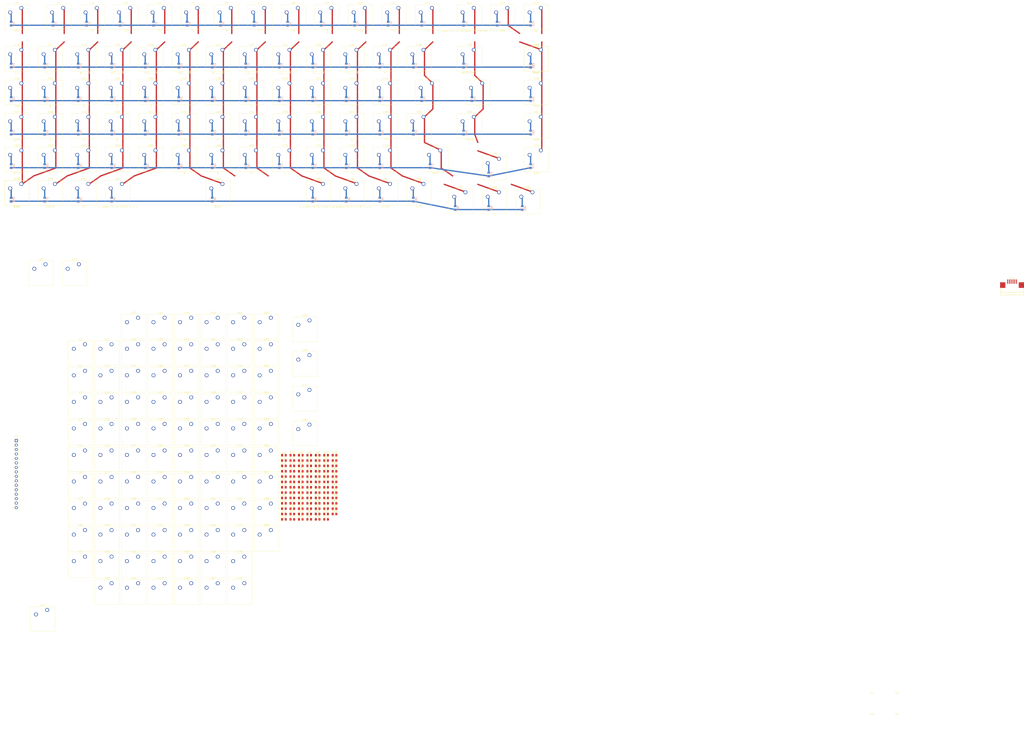
<source format=kicad_pcb>
(kicad_pcb (version 20240108) (generator "pcbnew") (generator_version "8.0")
  (layers (0 "F.Cu" signal) (31 "B.Cu" signal) (34 "B.Paste" user) (35 "F.Paste" user) (36 "B.SilkS" user "B.Silkscreen") (37 "F.SilkS" user "F.Silkscreen") (38 "B.Mask" user) (39 "F.Mask" user) (44 "Edge.Cuts" user))
  (net 0 "")
  (net 1 "/Row_0")
  (net 2 "/Row_1")
  (net 3 "/Row_2")
  (net 4 "/Row_3")
  (net 5 "/Row_4")
  (net 6 "/Row_5")
  (net 7 "/Col_0")
  (net 8 "/Col_1")
  (net 9 "/Col_2")
  (net 10 "/Col_3")
  (net 11 "/Col_4")
  (net 12 "/Col_5")
  (net 13 "/Col_6")
  (net 14 "/Col_7")
  (net 15 "/Col_8")
  (net 16 "/Col_9")
  (net 17 "/Col_10")
  (net 18 "/Col_11")
  (net 19 "/Col_12")
  (net 20 "/Col_13")
  (net 21 "/Col_14")
  (net 22 "/Col_15")
  (net 23 "Net-(D0-Pad2)")
  (net 24 "Net-(D1-Pad2)")
  (net 25 "Net-(D2-Pad2)")
  (net 26 "Net-(D3-Pad2)")
  (net 27 "Net-(D4-Pad2)")
  (net 28 "Net-(D5-Pad2)")
  (net 29 "Net-(D6-Pad2)")
  (net 30 "Net-(D7-Pad2)")
  (net 31 "Net-(D8-Pad2)")
  (net 32 "Net-(D9-Pad2)")
  (net 33 "Net-(D10-Pad2)")
  (net 34 "Net-(D11-Pad2)")
  (net 35 "Net-(D12-Pad2)")
  (net 36 "Net-(D13-Pad2)")
  (net 37 "Net-(D14-Pad2)")
  (net 38 "Net-(D15-Pad2)")
  (net 39 "Net-(D16-Pad2)")
  (net 40 "Net-(D17-Pad2)")
  (net 41 "Net-(D18-Pad2)")
  (net 42 "Net-(D19-Pad2)")
  (net 43 "Net-(D20-Pad2)")
  (net 44 "Net-(D21-Pad2)")
  (net 45 "Net-(D22-Pad2)")
  (net 46 "Net-(D23-Pad2)")
  (net 47 "Net-(D24-Pad2)")
  (net 48 "Net-(D25-Pad2)")
  (net 49 "Net-(D26-Pad2)")
  (net 50 "Net-(D27-Pad2)")
  (net 51 "Net-(D28-Pad2)")
  (net 52 "Net-(D29-Pad2)")
  (net 53 "Net-(D30-Pad2)")
  (net 54 "Net-(D31-Pad2)")
  (net 55 "Net-(D32-Pad2)")
  (net 56 "Net-(D33-Pad2)")
  (net 57 "Net-(D34-Pad2)")
  (net 58 "Net-(D35-Pad2)")
  (net 59 "Net-(D36-Pad2)")
  (net 60 "Net-(D37-Pad2)")
  (net 61 "Net-(D38-Pad2)")
  (net 62 "Net-(D39-Pad2)")
  (net 63 "Net-(D40-Pad2)")
  (net 64 "Net-(D41-Pad2)")
  (net 65 "Net-(D42-Pad2)")
  (net 66 "Net-(D43-Pad2)")
  (net 67 "Net-(D44-Pad2)")
  (net 68 "Net-(D45-Pad2)")
  (net 69 "Net-(D46-Pad2)")
  (net 70 "Net-(D47-Pad2)")
  (net 71 "Net-(D48-Pad2)")
  (net 72 "Net-(D49-Pad2)")
  (net 73 "Net-(D50-Pad2)")
  (net 74 "Net-(D51-Pad2)")
  (net 75 "Net-(D52-Pad2)")
  (net 76 "Net-(D53-Pad2)")
  (net 77 "Net-(D54-Pad2)")
  (net 78 "Net-(D55-Pad2)")
  (net 79 "Net-(D56-Pad2)")
  (net 80 "Net-(D57-Pad2)")
  (net 81 "Net-(D58-Pad2)")
  (net 82 "Net-(D59-Pad2)")
  (net 83 "Net-(D60-Pad2)")
  (net 84 "Net-(D61-Pad2)")
  (net 85 "Net-(D62-Pad2)")
  (net 86 "Net-(D63-Pad2)")
  (net 87 "Net-(D64-Pad2)")
  (net 88 "Net-(D65-Pad2)")
  (net 89 "Net-(D66-Pad2)")
  (net 90 "Net-(D67-Pad2)")
  (net 91 "Net-(D68-Pad2)")
  (net 92 "Net-(D69-Pad2)")
  (net 93 "Net-(D70-Pad2)")
  (net 94 "Net-(D71-Pad2)")
  (net 95 "Net-(D72-Pad2)")
  (net 96 "Net-(D73-Pad2)")
  (net 97 "Net-(D74-Pad2)")
  (net 98 "Net-(D75-Pad2)")
  (net 99 "Net-(D76-Pad2)")
  (net 100 "Net-(D77-Pad2)")
  (net 101 "Net-(D78-Pad2)")
  (net 102 "Net-(D79-Pad2)")
  (net 103 "Net-(D80-Pad2)")
  (net 104 "Net-(D81-Pad2)")
  (net 105 "Net-(D82-Pad2)")
  (net 106 "Net-(D83-Pad2)")
  (net 107 "Net-(D84-Pad2)")
  (net 108 "Net-(D85-Pad2)")
  (net 109 "Net-(D86-Pad2)")
  (net 110 "Net-(D87-Pad2)")
  (net 111 "Net-(D88-Pad2)")
  (net 112 "Net-(D89-Pad2)")
  (net 115 "Net-(D0-A)")
  (net 116 "Net-(D1-A)")
  (net 117 "Net-(D2-A)")
  (net 118 "Net-(D3-A)")
  (net 119 "Net-(D4-A)")
  (net 120 "Net-(D5-A)")
  (net 121 "Net-(D6-A)")
  (net 122 "Net-(D7-A)")
  (net 123 "Net-(D8-A)")
  (net 124 "Net-(D9-A)")
  (net 125 "Net-(D10-A)")
  (net 126 "Net-(D11-A)")
  (net 127 "Net-(D12-A)")
  (net 128 "Net-(D13-A)")
  (net 129 "Net-(D14-A)")
  (net 130 "Net-(D15-A)")
  (net 131 "Net-(D16-A)")
  (net 132 "Net-(D17-A)")
  (net 133 "Net-(D18-A)")
  (net 134 "Net-(D19-A)")
  (net 135 "Net-(D20-A)")
  (net 136 "Net-(D21-A)")
  (net 137 "Net-(D22-A)")
  (net 138 "Net-(D23-A)")
  (net 139 "Net-(D24-A)")
  (net 140 "Net-(D25-A)")
  (net 141 "Net-(D26-A)")
  (net 142 "Net-(D27-A)")
  (net 143 "Net-(D28-A)")
  (net 144 "Net-(D29-A)")
  (net 145 "Net-(D30-A)")
  (net 146 "Net-(D32-A)")
  (net 147 "Net-(D33-A)")
  (net 148 "Net-(D34-A)")
  (net 149 "Net-(D35-A)")
  (net 150 "Net-(D36-A)")
  (net 151 "Net-(D37-A)")
  (net 152 "Net-(D38-A)")
  (net 153 "Net-(D39-A)")
  (net 154 "Net-(D40-A)")
  (net 155 "Net-(D41-A)")
  (net 156 "Net-(D42-A)")
  (net 157 "Net-(D43-A)")
  (net 158 "Net-(D44-A)")
  (net 159 "Net-(D45-A)")
  (net 160 "Net-(D46-A)")
  (net 161 "Net-(D47-A)")
  (net 162 "Net-(D48-A)")
  (net 163 "Net-(D49-A)")
  (net 164 "Net-(D50-A)")
  (net 165 "Net-(D51-A)")
  (net 166 "Net-(D52-A)")
  (net 167 "Net-(D53-A)")
  (net 168 "Net-(D54-A)")
  (net 169 "Net-(D55-A)")
  (net 170 "Net-(D56-A)")
  (net 171 "Net-(D57-A)")
  (net 172 "Net-(D58-A)")
  (net 173 "Net-(D59-A)")
  (net 174 "Net-(D60-A)")
  (net 175 "Net-(D61-A)")
  (net 176 "Net-(D62-A)")
  (net 177 "Net-(D63-A)")
  (net 178 "Net-(D64-A)")
  (net 179 "Net-(D65-A)")
  (net 180 "Net-(D66-A)")
  (net 181 "Net-(D67-A)")
  (net 182 "Net-(D68-A)")
  (net 183 "Net-(D69-A)")
  (net 184 "Net-(D70-A)")
  (net 185 "Net-(D71-A)")
  (net 186 "Net-(D72-A)")
  (net 187 "Net-(D73-A)")
  (net 188 "Net-(D74-A)")
  (net 189 "Net-(D75-A)")
  (net 190 "Net-(D76-A)")
  (net 191 "Net-(D77-A)")
  (net 192 "Net-(D79-A)")
  (net 193 "Net-(D80-A)")
  (net 194 "Net-(D81-A)")
  (net 195 "Net-(D82-A)")
  (net 196 "Net-(D83-A)")
  (net 197 "Net-(D84-A)")
  (net 198 "Net-(D85-A)")
  (net 199 "Net-(D86-A)")
  (net 200 "Net-(D87-A)")
  (net 201 "Net-(D88-A)")
  (net 202 "Net-(D89-A)")
  (footprint "Button_Switch_Keyboard:SW_Cherry_MX_1.00u_PCB" (layer "F.Cu") (at 21.8625 -120.2775)
    (property "Reference" "K0")
    (property "Value" "ESC")
  )
  (footprint "MountingHole:MountingHole_3.2mm_M3_DIN965" (layer "F.Cu") (at 519.5 273)
    (property "Reference" "H2")
    (property "Value" "MountingHole")
  )
  (footprint "MountingHole:MountingHole_3.2mm_M3_DIN965" (layer "F.Cu") (at 505.5 285)
    (property "Reference" "H3")
    (property "Value" "MountingHole")
  )
  (footprint "MountingHole:MountingHole_3.2mm_M3_DIN965" (layer "F.Cu") (at 519.5 285)
    (property "Reference" "H4")
    (property "Value" "MountingHole")
  )
  (footprint "MountingHole:MountingHole_3.2mm_M3_DIN965" (layer "F.Cu") (at 505.5 273)
    (property "Reference" "H1")
    (property "Value" "MountingHole")
  )
  (footprint "Button_Switch_Keyboard:SW_Cherry_MX_1.00u_PCB" (layer "F.Cu") (at 136.1625 -58.365)
    (property "Reference" "K53")
    (property "Value" "H")
  )
  (footprint "Button_Switch_Keyboard:SW_Cherry_MX_1.00u_PCB" (layer "F.Cu") (at 317.1375 -77.415)
    (property "Reference" "K46")
    (property "Value" "PGDN")
  )
  (footprint "Button_Switch_Keyboard:SW_Cherry_MX_1.00u_PCB" (layer "F.Cu") (at 36.54 221.92)
    (property "Reference" "K10")
    (property "Value" "F10")
  )
  (footprint "Button_Switch_Keyboard:SW_Cherry_MX_1.00u_PCB" (layer "F.Cu") (at 103.32 131.27)
    (property "Reference" "K39")
    (property "Value" "U")
  )
  (footprint "Diode_SMD:D_0805_2012Metric_Pad1.15x1.40mm_HandSolder" (layer "F.Cu") (at 190.285 158.255)
    (property "Reference" "D60")
    (property "Value" "D")
  )
  (footprint "Button_Switch_Keyboard:SW_Cherry_MX_1.00u_PCB" (layer "F.Cu") (at 103.32 101.09)
    (property "Reference" "K37")
    (property "Value" "T")
  )
  (footprint "fpcSmd6pin:FPC-SMD_KH-CL1.0-H2.5-6PIN" (layer "F.Cu") (at 585 36.2475)
    (property "Reference" "CN1")
    (property "Value" "~")
  )
  (footprint "Diode_SMD:D_0805_2012Metric_Pad1.15x1.40mm_HandSolder" (layer "F.Cu") (at 175.9 143.055)
    (property "Reference" "D16")
    (property "Value" "D")
  )
  (footprint "Diode_SMD:D_0805_2012Metric_Pad1.15x1.40mm_HandSolder" (layer "F.Cu") (at 185.49 136.975)
    (property "Reference" "D40")
    (property "Value" "D")
  )
  (footprint "Diode_SMD:D_0805_2012Metric_Pad1.15x1.40mm_HandSolder" (layer "F.Cu") (at 175.9 164.335)
    (property "Reference" "D23")
    (property "Value" "D")
  )
  (footprint "Diode_SMD:D_0805_2012Metric_Pad1.15x1.40mm_HandSolder" (layer "F.Cu") (at 171.105 140.015)
    (property "Reference" "D2")
    (property "Value" "D")
  )
  (footprint "Button_Switch_Keyboard:SW_Cherry_MX_1.00u_PCB" (layer "F.Cu") (at 163.68 101.09)
    (property "Reference" "K84")
    (property "Value" "<i class='fa fa-circle'></i>")
  )
  (footprint "Button_Switch_Keyboard:SW_Cherry_MX_1.00u_PCB" (layer "F.Cu") (at 73.14 161.45)
    (property "Reference" "K18")
    (property "Value" "\",@,,,,,,,,2")
  )
  (footprint "Button_Switch_Keyboard:SW_Cherry_MX_1.00u_PCB" (layer "F.Cu") (at 98.0625 -77.415)
    (property "Reference" "K36")
    (property "Value" "R")
  )
  (footprint "Button_Switch_Keyboard:SW_Cherry_MX_1.00u_PCB" (layer "F.Cu") (at 148.59 191.63)
    (property "Reference" "K78")
    (property "Value" "CTRL")
  )
  (footprint "Button_Switch_Keyboard:SW_Cherry_MX_1.00u_PCB" (layer "F.Cu") (at 133.5 206.72)
    (property "Reference" "K67")
    (property "Value" "B")
  )
  (footprint "Button_Switch_Keyboard:SW_Cherry_MX_1.00u_PCB" (layer "F.Cu") (at 58.05 116.18)
    (property "Reference" "K4")
    (property "Value" "F4")
  )
  (footprint "Diode_SMD:D_0805_2012Metric_Pad1.15x1.40mm_HandSolder" (layer "F.Cu") (at 171.105 155.215)
    (property "Reference" "D7")
    (property "Value" "D")
  )
  (footprint "Button_Switch_Keyboard:SW_Cherry_MX_1.00u_PCB" (layer "F.Cu") (at 148.59 206.72)
    (property "Reference" "K79")
    (property "Value" "SUPER")
  )
  (footprint "Button_Switch_Keyboard:SW_Cherry_MX_1.00u_PCB" (layer "F.Cu") (at 79.0125 -96.465)
    (property "Reference" "K19")
    (property "Value" "#,£,,,,,,,,3")
  )
  (footprint "Button_Switch_Keyboard:SW_Cherry_MX_1.00u_PCB" (layer "F.Cu") (at 236.175 -120.2775)
    (property "Reference" "K11")
    (property "Value" "F11")
  )
  (footprint "Button_Switch_Keyboard:SW_Cherry_MX_2.00u_PCB" (layer "F.Cu") (at 259.9875 -39.315)
    (property "Reference" "K74")
    (property "Value" "SHIFT")
  )
  (footprint "Button_Switch_Keyboard:SW_Cherry_MX_2.75u_PCB" (layer "F.Cu") (at 136.1625 -20.265)
    (property "Reference" "K82")
    (property "Value" "Blank")
  )
  (footprint "Button_Switch_Keyboard:SW_Cherry_MX_1.00u_PCB" (layer "F.Cu") (at 193.3125 -58.365)
    (property "Reference" "K56")
    (property "Value" "L")
  )
  (footprint "Diode_SMD:D_0805_2012Metric_Pad1.15x1.40mm_HandSolder" (layer "F.Cu") (at 190.285 149.135)
    (property "Reference" "D57")
    (property "Value" "D")
  )
  (footprint "Button_Switch_Keyboard:SW_Cherry_MX_1.00u_PCB" (layer "F.Cu") (at 163.68 70.91)
    (property "Reference" "K81")
    (property "Value" "<i class='fa fa-circle'></i>")
  )
  (footprint "Button_Switch_Keyboard:SW_Cherry_MX_1.50u_PCB" (layer "F.Cu") (at 255.225 -77.415)
    (property "Reference" "K44")
    (property "Value" "`,´")
  )
  (footprint "Button_Switch_Keyboard:SW_Cherry_MX_1.00u_PCB" (layer "F.Cu") (at 231.4125 -96.465)
    (property "Reference" "K27")
    (property "Value" "?,'")
  )
  (footprint "Button_Switch_Keyboard:SW_Cherry_MX_1.00u_PCB" (layer "F.Cu") (at 163.68 161.45)
    (property "Reference" "K88")
    (property "Value" "∨")
  )
  (footprint "Button_Switch_Keyboard:SW_Cherry_MX_1.00u_PCB" (layer "F.Cu") (at 179.025 -120.2775)
    (property "Reference" "K8")
    (property "Value" "F8")
  )
  (footprint "Diode_SMD:D_0805_2012Metric_Pad1.15x1.40mm_HandSolder" (layer "F.Cu") (at 190.285 164.335)
    (property "Reference" "D62")
    (property "Value" "D")
  )
  (footprint "Button_Switch_Keyboard:SW_Cherry_MX_1.00u_PCB" (layer "F.Cu") (at 73.14 116.18)
    (property "Reference" "K15")
    (property "Value" "DEL")
  )
  (footprint "Button_Switch_Keyboard:SW_Cherry_MX_1.00u_PCB" (layer "F.Cu") (at 58.05 146.36)
    (property "Reference" "K6")
    (property "Value" "F6")
  )
  (footprint "Diode_SMD:D_0805_2012Metric_Pad1.15x1.40mm_HandSolder" (layer "F.Cu") (at 175.9 161.295)
    (property "Reference" "D22")
    (property "Value" "D")
  )
  (footprint "Button_Switch_Keyboard:SW_Cherry_MX_1.00u_PCB" (layer "F.Cu") (at 231.4125 -58.365)
    (property "Reference" "K58")
    (property "Value" "ª,º")
  )
  (footprint "Button_Switch_Keyboard:SW_Cherry_MX_1.00u_PCB" (layer "F.Cu") (at 133.5 131.27)
    (property "Reference" "K62")
    (property "Value" "SHIFT")
  )
  (footprint "Button_Switch_Keyboard:SW_Cherry_MX_2.00u_PCB" (layer "F.Cu") (at 185.625 57.3)
    (property "Reference" "K29")
    (property "Value" "BACKSPACE")
  )
  (footprint "Diode_SMD:D_0805_2012Metric_Pad1.15x1.40mm_HandSolder" (layer "F.Cu") (at 171.105 146.095)
    (property "Reference" "D4")
    (property "Value" "D")
  )
  (footprint "Button_Switch_Keyboard:SW_Cherry_MX_1.00u_PCB" (layer "F.Cu") (at 88.23 206.72)
    (property "Reference" "K33")
    (property "Value" "Q")
  )
  (footprint "Diode_SMD:D_0805_2012Metric_Pad1.15x1.40mm_HandSolder" (layer "F.Cu") (at 171.105 136.975)
    (property "Reference" "D1")
    (property "Value" "D")
  )
  (footprint "Button_Switch_Keyboard:SW_Cherry_MX_1.00u_PCB" (layer "F.Cu") (at 155.2125 -96.465)
    (property "Reference" "K23")
    (property "Value" "/,{,,,,,,,,7")
  )
  (footprint "Button_Switch_Keyboard:SW_Cherry_MX_1.00u_PCB" (layer "F.Cu") (at 58.05 86)
    (property "Reference" "K2")
    (property "Value" "F2")
  )
  (footprint "Button_Switch_Keyboard:SW_Cherry_MX_1.00u_PCB" (layer "F.Cu") (at 103.32 55.82)
    (property "Reference" "K34")
    (property "Value" "W")
  )
  (footprint "Button_Switch_Keyboard:SW_Cherry_MX_1.00u_PCB" (layer "F.Cu") (at 317.1375 -58.365)
    (property "Reference" "K61")
    (property "Value" "HOME")
  )
  (footprint "Diode_SMD:D_0805_2012Metric_Pad1.15x1.40mm_HandSolder" (layer "F.Cu") (at 185.49 164.335)
    (property "Reference" "D49")
    (property "Value" "D")
  )
  (footprint "Diode_SMD:D_0805_2012Metric_Pad1.15x1.40mm_HandSolder" (layer "F.Cu") (at 190.285 140.015)
    (property "Reference" "D54")
    (property "Value" "D")
  )
  (footprint "Diode_SMD:D_0805_2012Metric_Pad1.15x1.40mm_HandSolder" (layer "F.Cu") (at 175.9 133.935)
    (property "Reference" "D13")
    (property "Value" "D")
  )
  (footprint "Diode_SMD:D_0805_2012Metric_Pad1.15x1.40mm_HandSolder" (layer "F.Cu") (at 185.49 155.215)
    (property "Reference" "D46")
    (property "Value" "D")
  )
  (footprint "Button_Switch_Keyboard:SW_Cherry_MX_1.00u_PCB" (layer "F.Cu") (at 212.3625 -96.465)
    (property "Reference" "K26")
    (property "Value" "=,},,,,,,,,0")
  )
  (footprint "Button_Switch_Keyboard:SW_Cherry_MX_2.00u_PCB" (layer "F.Cu") (at 185.625 96.83)
    (property "Reference" "K74")
    (property "Value" "SHIFT")
  )
  (footprint "Diode_SMD:D_0805_2012Metric_Pad1.15x1.40mm_HandSolder" (layer "F.Cu") (at 180.695 149.135)
    (property "Reference" "D31")
    (property "Value" "D")
  )
  (footprint "Button_Switch_Keyboard:SW_Cherry_MX_1.00u_PCB" (layer "F.Cu") (at 102.825 -120.2775)
    (property "Reference" "K4")
    (property "Value" "F4")
  )
  (footprint "Button_Switch_Keyboard:SW_Cherry_MX_1.00u_PCB" (layer "F.Cu") (at 163.68 55.82)
    (property "Reference" "K80")
    (property "Value" "ALT")
  )
  (footprint "Button_Switch_Keyboard:SW_Cherry_MX_1.00u_PCB" (layer "F.Cu") (at 255.225 -120.2775)
    (property "Reference" "K12")
    (property "Value" "F12")
  )
  (footprint "Button_Switch_Keyboard:SW_Cherry_MX_1.00u_PCB" (layer "F.Cu") (at 317.1375 -96.465)
    (property "Reference" "K31")
    (property "Value" "PGUP")
  )
  (footprint "Button_Switch_Keyboard:SW_Cherry_MX_2.75u_PCB" (layer "F.Cu") (at 185.625 116.595)
    (property "Reference" "K82")
    (property "Value" "Blank")
  )
  (footprint "Diode_SMD:D_0805_2012Metric_Pad1.15x1.40mm_HandSolder" (layer "F.Cu") (at 171.105 133.935)
    (property "Reference" "D0")
    (property "Value" "D")
  )
  (footprint "Button_Switch_Keyboard:SW_Cherry_MX_1.00u_PCB" (layer "F.Cu") (at 217.125 -120.2775)
    (property "Reference" "K10")
    (property "Value" "F10")
  )
  (footprint "Button_Switch_Keyboard:SW_Cherry_MX_1.00u_PCB" (layer "F.Cu") (at 117.1125 -77.415)
    (property "Reference" "K37")
    (property "Value" "T")
  )
  (footprint "Button_Switch_Keyboard:SW_Cherry_MX_1.00u_PCB" (layer "F.Cu") (at 73.14 131.27)
    (property "Reference" "K16")
    (property "Value" "|,\\")
  )
  (footprint "Button_Switch_Keyboard:SW_Cherry_MX_1.00u_PCB" (layer "F.Cu") (at 133.5 146.36)
    (property "Reference" "K63")
    (property "Value" "Z")
  )
  (footprint "Button_Switch_Keyboard:SW_Cherry_MX_1.00u_PCB" (layer "F.Cu") (at 163.68 176.54)
    (property "Reference" "K89")
    (property "Value" ">")
  )
  (footprint "Diode_SMD:D_0805_2012Metric_Pad1.15x1.40mm_HandSolder" (layer "F.Cu") (at 199.875 164.335)
    (property "Reference" "D88")
    (property "Value" "D")
  )
  (footprint "Diode_SMD:D_0805_2012Metric_Pad1.15x1.40mm_HandSolder" (layer "F.Cu") (at 171.105 161.295)
    (property "Reference" "D9")
    (property "Value" "D")
  )
  (footprint "Button_Switch_Keyboard:SW_Cherry_MX_1.00u_PCB" (layer "F.Cu") (at 73.14 191.63)
    (property "Reference" "K20")
    (property "Value" "$,§,,,,,,,,4")
  )
  (footprint "Button_Switch_Keyboard:SW_Cherry_MX_1.00u_PCB" (layer "F.Cu") (at 21.8625 -39.315)
    (property "Reference" "K62")
    (property "Value" "SHIFT")
  )
  (footprint "Diode_SMD:D_0805_2012Metric_Pad1.15x1.40mm_HandSolder" (layer "F.Cu") (at 171.105 164.335)
    (property "Reference" "D10")
    (property "Value" "D")
  )
  (footprint "Button_Switch_Keyboard:SW_Cherry_MX_1.00u_PCB" (layer "F.Cu") (at 163.68 116.18)
    (property "Reference" "K85")
    (property "Value" "ALTGR")
  )
  (footprint "Button_Switch_Keyboard:SW_Cherry_MX_1.00u_PCB" (layer "F.Cu") (at 174.2625 -77.415)
    (property "Reference" "K40")
    (property "Value" "I")
  )
  (footprint "Button_Switch_Keyboard:SW_Cherry_MX_1.00u_PCB" (layer "F.Cu") (at 133.5 70.91)
    (property "Reference" "K57")
    (property "Value" "Ç")
  )
  (footprint "Button_Switch_Keyboard:SW_Cherry_MX_1.00u_PCB" (layer "F.Cu") (at 103.32 116.18)
    (property "Reference" "K38")
    (property "Value" "Y")
  )
  (footprint "Button_Switch_Keyboard:SW_Cherry_MX_2.00u_PCB" (layer "F.Cu") (at 185.625 77.065)
    (property "Reference" "K60")
    (property "Value" "ENTER")
  )
  (footprint "Button_Switch_Keyboard:SW_Cherry_MX_1.00u_PCB" (layer "F.Cu") (at 21.8625 -20.265)
    (property "Reference" "K78")
    (property "Value" "CTRL")
  )
  (footprint "Diode_SMD:D_0805_2012Metric_Pad1.15x1.40mm_HandSolder" (layer "F.Cu") (at 190.285 136.975)
    (property "Reference" "D53")
    (property "Value" "D")
  )
  (footprint "Button_Switch_Keyboard:SW_Cherry_MX_1.00u_PCB" (layer "F.Cu") (at 118.41 146.36)
    (property "Reference" "K51")
    (property "Value" "F")
  )
  (footprint "Button_Switch_Keyboard:SW_Cherry_MX_1.00u_PCB" (layer "F.Cu") (at 64.725 -120.2775)
    (property "Reference" "K2")
    (property "Value" "F2")
  )
  (footprint "Button_Switch_Keyboard:SW_Cherry_MX_1.00u_PCB" (layer "F.Cu") (at 59.9625 -39.315)
    (property "Reference" "K64")
    (property "Value" "X")
  )
  (footprint "Button_Switch_Keyboard:SW_Cherry_MX_1.00u_PCB" (layer "F.Cu") (at 293.325 -34.5525)
    (property "Reference" "K76")
    (property "Value" "∧")
  )
  (footprint "Diode_SMD:D_0805_2012Metric_Pad1.15x1.40mm_HandSolder" (layer "F.Cu") (at 190.285 152.175)
    (property "Reference" "D58")
    (property "Value" "D")
  )
  (footprint "Button_Switch_Keyboard:SW_Cherry_MX_1.00u_PCB" (layer "F.Cu") (at 148.59 101.09)
    (property "Reference" "K71")
    (property "Value" ":,.")
  )
  (footprint "Diode_SMD:D_0805_2012Metric_Pad1.15x1.40mm_HandSolder" (layer "F.Cu") (at 171.105 149.135)
    (property "Reference" "D5")
    (property "Value" "D")
  )
  (footprint "Button_Switch_Keyboard:SW_Cherry_MX_1.00u_PCB" (layer "F.Cu") (at 118.41 176.54)
    (property "Reference" "K53")
    (property "Value" "H")
  )
  (footprint "Button_Switch_Keyboard:SW_Cherry_MX_1.00u_PCB" (layer "F.Cu") (at 58.05 176.54)
    (property "Reference" "K8")
    (property "Value" "F8")
  )
  (footprint "Button_Switch_Keyboard:SW_Cherry_MX_1.00u_PCB" (layer "F.Cu") (at 79.0125 -58.365)
    (property "Reference" "K50")
    (property "Value" "D")
  )
  (footprint "Button_Switch_Keyboard:SW_Cherry_MX_1.00u_PCB" (layer "F.Cu") (at 118.41 206.72)
    (property "Reference" "K55")
    (property "Value" "K")
  )
  (footprint "Button_Switch_Keyboard:SW_Cherry_MX_1.00u_PCB" (layer "F.Cu") (at 21.8625 -58.365)
    (property "Reference" "K47")
    (property "Value" "CAPS")
  )
  (footprint "Button_Switch_Keyboard:SW_Cherry_MX_1.00u_PCB" (layer "F.Cu") (at 73.14 101.09)
    (property "Reference" "K14")
    (property "Value" "INS")
  )
  (footprint "Diode_SMD:D_0805_2012Metric_Pad1.15x1.40mm_HandSolder" (layer "F.Cu") (at 175.9 158.255)
    (property "Reference" "D21")
    (property "Value" "D")
  )
  (footprint "Button_Switch_Keyboard:SW_Cherry_MX_1.00u_PCB" (layer "F.Cu") (at 174.2625 -58.365)
    (property "Reference" "K55")
    (property "Value" "K")
  )
  (footprint "Button_Switch_Keyboard:SW_Cherry_MX_1.50u_PCB" (layer "F.Cu") (at 283.8 -77.415)
    (property "Reference" "K45")
    (property "Value" "|,\\")
  )
  (footprint "Diode_SMD:D_0805_2012Metric_Pad1.15x1.40mm_HandSolder" (layer "F.Cu") (at 199.875 161.295)
    (property "Reference" "D87")
    (property "Value" "D")
  )
  (footprint "Diode_SMD:D_0805_2012Metric_Pad1.15x1.40mm_HandSolder" (layer "F.Cu") (at 195.08 136.975)
    (property "Reference" "D66")
    (property "Value" "D")
  )
  (footprint "Button_Switch_Keyboard:SW_Cherry_MX_1.00u_PCB" (layer "F.Cu") (at 117.1125 -58.365)
    (property "Reference" "K52")
    (property "Value" "G")
  )
  (footprint "Diode_SMD:D_0805_2012Metric_Pad1.15x1.40mm_HandSolder" (layer "F.Cu") (at 190.285 167.375)
    (property "Reference" "D63")
    (property "Value" "D")
  )
  (footprint "Diode_SMD:D_0805_2012Metric_Pad1.15x1.40mm_HandSolder" (layer "F.Cu") (at 180.695 143.055)
    (property "Reference" "D29")
    (property "Value" "D")
  )
  (footprint "Button_Switch_Keyboard:SW_Cherry_MX_1.00u_PCB" (layer "F.Cu") (at 163.68 86)
    (property "Reference" "K83")
    (property "Value" "<i class='fa fa-circle'></i>")
  )
  (footprint "Button_Switch_Keyboard:SW_Cherry_MX_1.00u_PCB" (layer "F.Cu") (at 193.3125 -96.465)
    (property "Reference" "K25")
    (property "Value" "),],,,,,,,,9")
  )
  (footprint "Button_Switch_Keyboard:SW_Cherry_MX_1.00u_PCB" (layer "F.Cu") (at 133.5 161.45)
    (property "Reference" "K64")
    (property "Value" "X")
  )
  (footprint "Button_Switch_Keyboard:SW_Cherry_MX_1.00u_PCB" (layer "F.Cu") (at 298.0875 -120.2775)
    (property "Reference" "K14")
    (property "Value" "INS")
  )
  (footprint "Button_Switch_Keyboard:SW_Cherry_MX_1.00u_PCB" (layer "F.Cu") (at 212.3625 -58.365)
    (property "Reference" "K57")
    (property "Value" "Ç")
  )
  (footprint "Diode_SMD:D_0805_2012Metric_Pad1.15x1.40mm_HandSolder" (layer "F.Cu") (at 175.9 155.215)
    (property "Reference" "D20")
    (property "Value" "D")
  )
  (footprint "Button_Switch_Keyboard:SW_Cherry_MX_1.00u_PCB" (layer "F.Cu") (at 88.23 55.82)
    (property "Reference" "K22")
    (property "Value" "&,,,,,,,,,6")
  )
  (footprint "Button_Switch_Keyboard:SW_Cherry_MX_1.00u_PCB" (layer "F.Cu") (at 54.54 25.42)
    (property "Reference" "K11")
    (property "Value" "F11")
  )
  (footprint "Diode_SMD:D_0805_2012Metric_Pad1.15x1.40mm_HandSolder" (layer "F.Cu") (at 190.285 161.295)
    (property "Reference" "D61")
    (property "Value" "D")
  )
  (footprint "Button_Switch_Keyboard:SW_Cherry_MX_1.00u_PCB" (layer "F.Cu") (at 88.23 116.18)
    (property "Reference" "K26")
    (property "Value" "=,},,,,,,,,0")
  )
  (footprint "Button_Switch_Keyboard:SW_Cherry_MX_1.00u_PCB" (layer "F.Cu") (at 40.9125 -77.415)
    (property "Reference" "K33")
    (property "Value" "Q")
  )
  (footprint "Diode_SMD:D_0805_2012Metric_Pad1.15x1.40mm_HandSolder" (layer "F.Cu") (at 195.08 152.175)
    (property "Reference" "D71")
    (property "Value" "D")
  )
  (footprint "Diode_SMD:D_0805_2012Metric_Pad1.15x1.40mm_HandSolder" (layer "F.Cu") (at 195.08 161.295)
    (property "Reference" "D74")
    (property "Value" "D")
  )
  (footprint "Button_Switch_Keyboard:SW_Cherry_MX_1.00u_PCB" (layer "F.Cu") (at 155.2125 -77.415)
    (property "Reference" "K39")
    (property "Value" "U")
  )
  (footprint "Diode_SMD:D_0805_2012Metric_Pad1.15x1.40mm_HandSolder" (layer "F.Cu") (at 190.285 143.055)
    (property "Reference" "D55")
    (property "Value" "D")
  )
  (footprint "Button_Switch_Keyboard:SW_Cherry_MX_1.00u_PCB" (layer "F.Cu") (at 103.32 176.54)
    (property "Reference" "K42")
    (property "Value" "P")
  )
  (footprint "Diode_SMD:D_0805_2012Metric_Pad1.15x1.40mm_HandSolder" (layer "F.Cu") (at 185.49 143.055)
    (property "Reference" "D42")
    (property "Value" "D")
  )
  (footprint "Button_Switch_Keyboard:SW_Cherry_MX_1.00u_PCB" (layer "F.Cu") (at 21.8625 -96.465)
    (property "Reference" "K16")
    (property "Value" "|,\\")
  )
  (footprint "Diode_SMD:D_0805_2012Metric_Pad1.15x1.40mm_HandSolder" (layer "F.Cu") (at 190.285 170.415)
    (property "Reference" "D64")
    (property "Value" "D")
  )
  (footprint "Diode_SMD:D_0805_2012Metric_Pad1.15x1.40mm_HandSolder" (layer "F.Cu") (at 199.875 155.215)
    (property "Reference" "D85")
    (property "Value" "D")
  )
  (footprint "Button_Switch_Keyboard:SW_Cherry_MX_1.00u_PCB" (layer "F.Cu") (at 98.0625 -96.465)
    (property "Reference" "K20")
    (property "Value" "$,§,,,,,,,,4")
  )
  (footprint "Button_Switch_Keyboard:SW_Cherry_MX_1.00u_PCB" (layer "F.Cu") (at 21.8625 -77.415)
    (property "Reference" "K32")
    (property "Value" "TAB")
  )
  (footprint "Button_Switch_Keyboard:SW_Cherry_MX_1.00u_PCB" (layer "F.Cu") (at 174.2625 -96.465)
    (property "Reference" "K24")
    (property "Value" "(,[,,,,,,,,8")
  )
  (footprint "Button_Switch_Keyboard:SW_Cherry_MX_1.00u_PCB" (layer "F.Cu") (at 312.375 -15.5025)
    (property "Reference" "K89")
    (property "Value" ">")
  )
  (footprint "Diode_SMD:D_0805_2012Metric_Pad1.15x1.40mm_HandSolder" (layer "F.Cu") (at 171.105 167.375)
    (property "Reference" "D11")
    (property "Value" "D")
  )
  (footprint "Button_Switch_Keyboard:SW_Cherry_MX_1.00u_PCB" (layer "F.Cu") (at 136.1625 -39.315)
    (property "Reference" "K68")
    (property "Value" "N")
  )
  (footprint "Diode_SMD:D_0805_2012Metric_Pad1.15x1.40mm_HandSolder" (layer "F.Cu") (at 175.9 136.975)
    (property "Reference" "D14")
    (property "Value" "D")
  )
  (footprint "Diode_SMD:D_0805_2012Metric_Pad1.15x1.40mm_HandSolder" (layer "F.Cu") (at 199.875 149.135)
    (property "Reference" "D83")
    (property "Value" "D")
  )
  (footprint "Button_Switch_Keyboard:SW_Cherry_MX_1.00u_PCB" (layer "F.Cu") (at 73.14 146.36)
    (property "Reference" "K17")
    (property "Value" "!,,,,,,,,,1")
  )
  (footprint "Diode_SMD:D_0805_2012Metric_Pad1.15x1.40mm_HandSolder" (layer "F.Cu") (at 180.695 152.175)
    (property "Reference" "D32")
    (property "Value" "D")
  )
  (footprint "Button_Switch_Keyboard:SW_Cherry_MX_1.00u_PCB" (layer "F.Cu") (at 59.9625 -77.415)
    (property "Reference" "K34")
    (property "Value" "W")
  )
  (footprint "Button_Switch_Keyboard:SW_Cherry_MX_1.00u_PCB" (layer "F.Cu") (at 118.41 161.45)
    (property "Reference" "K52")
    (property "Value" "G")
  )
  (footprint "Button_Switch_Keyboard:SW_Cherry_MX_1.00u_PCB" (layer "F.Cu") (at 88.23 146.36)
    (property "Reference" "K28")
    (property "Value" "»,«")
  )
  (footprint "Diode_SMD:D_0805_2012Metric_Pad1.15x1.40mm_HandSolder" (layer "F.Cu") (at 175.9 140.015)
    (property "Reference" "D15")
    (property "Value" "D")
  )
  (footprint "Diode_SMD:D_0805_2012Metric_Pad1.15x1.40mm_HandSolder" (layer "F.Cu") (at 190.285 133.935)
    (property "Reference" "D52")
    (property "Value" "D")
  )
  (footprint "Diode_SMD:D_0805_2012Metric_Pad1.15x1.40mm_HandSolder" (layer "F.Cu") (at 195.08 133.935)
    (property "Reference" "D65")
    (property "Value" "D")
  )
  (footprint "Diode_SMD:D_0805_2012Metric_Pad1.15x1.40mm_HandSolder" (layer "F.Cu") (at 195.08 155.215)
    (property "Reference" "D72")
    (property "Value" "D")
  )
  (footprint "Diode_SMD:D_0805_2012Metric_Pad1.15x1.40mm_HandSolder" (layer "F.Cu") (at 185.49 161.295)
    (property "Reference" "D48")
    (property "Value" "D")
  )
  (footprint "Button_Switch_Keyboard:SW_Cherry_MX_1.00u_PCB" (layer "F.Cu") (at 45.675 -120.2775)
    (property "Reference" "K1")
    (property "Value" "F1")
  )
  (footprint "Button_Switch_Keyboard:SW_Cherry_MX_1.00u_PCB" (layer "F.Cu") (at 133.5 176.54)
    (property "Reference" "K65")
    (property "Value" "C")
  )
  (footprint "Button_Switch_Keyboard:SW_Cherry_MX_1.00u_PCB" (layer "F.Cu") (at 212.3625 -20.265)
    (property "Reference" "K84")
    (property "Value" "<i class='fa fa-circle'></i>")
  )
  (footprint "Diode_SMD:D_0805_2012Metric_Pad1.15x1.40mm_HandSolder" (layer "F.Cu") (at 180.695 136.975)
    (property "Reference" "D27")
    (property "Value" "D")
  )
  (footprint "Diode_SMD:D_0805_2012Metric_Pad1.15x1.40mm_HandSolder" (layer "F.Cu") (at 175.9 146.095)
    (property "Reference" "D17")
    (property "Value" "D")
  )
  (footprint "Button_Switch_Keyboard:SW_Cherry_MX_1.00u_PCB" (layer "F.Cu") (at 148.59 70.91)
    (property "Reference" "K69")
    (property "Value" "M")
  )
  (footprint "Diode_SMD:D_0805_2012Metric_Pad1.15x1.40mm_HandSolder" (layer "F.Cu") (at 195.08 158.255)
    (property "Reference" "D73")
    (property "Value" "D")
  )
  (footprint "Diode_SMD:D_0805_2012Metric_Pad1.15x1.40mm_HandSolder" (layer "F.Cu") (at 171.105 152.175)
    (property "Reference" "D6")
    (property "Value" "D")
  )
  (footprint "Diode_SMD:D_0805_2012Metric_Pad1.15x1.40mm_HandSolder" (layer "F.Cu") (at 185.49 146.095)
    (property "Reference" "D43")
    (property "Value" "D")
  )
  (footprint "Button_Switch_Keyboard:SW_Cherry_MX_1.00u_PCB" (layer "F.Cu") (at 88.23 161.45)
    (property "Reference" "K30")
    (property "Value" "Blank")
  )
  (footprint "Diode_SMD:D_0805_2012Metric_Pad1.15x1.40mm_HandSolder" (layer "F.Cu") (at 171.105 170.415)
    (property "Reference" "D12")
    (property "Value" "D")
  )
  (footprint "Connector_PinSocket_2.54mm:PinSocket_1x16_P2.54mm_Vertical" (layer "F.Cu") (at 19 125.64)
    (property "Reference" "J2")
    (property "Value" "Conn_01x16")
  )
  (footprint "Button_Switch_Keyboard:SW_Cherry_MX_1.00u_PCB" (layer "F.Cu") (at 118.41 70.91)
    (property "Reference" "K46")
    (property "Value" "PGDN")
  )
  (footprint "Diode_SMD:D_0805_2012Metric_Pad1.15x1.40mm_HandSolder" (layer "F.Cu") (at 175.9 170.415)
    (property "Reference" "D25")
    (property "Value" "D")
  )
  (footprint "Button_Switch_Keyboard:SW_Cherry_MX_1.00u_PCB" (layer "F.Cu") (at 103.32 161.45)
    (property "Reference" "K41")
    (property "Value" "O")
  )
  (footprint "Button_Switch_Keyboard:SW_Cherry_MX_1.00u_PCB" (layer "F.Cu") (at 231.4125 -39.315)
    (property "Reference" "K73")
    (property "Value" ">,,,,,,,,,<")
  )
  (footprint "Button_Switch_Keyboard:SW_Cherry_MX_1.00u_PCB" (layer "F.Cu") (at 88.23 176.54)
    (property "Reference" "K31")
    (property "Value" "PGUP")
  )
  (footprint "Button_Switch_Keyboard:SW_Cherry_MX_1.00u_PCB" (layer "F.Cu") (at 40.9125 -20.265)
    (property "Reference" "K79")
    (property "Value" "SUPER")
  )
  (footprint "Button_Switch_Keyboard:SW_Cherry_MX_1.00u_PCB" (layer "F.Cu") (at 40.9125 -96.465)
    (property "Reference" "K17")
    (property "Value" "!,,,,,,,,,1")
  )
  (footprint "Button_Switch_Keyboard:SW_Cherry_MX_1.00u_PCB" (layer "F.Cu") (at 35.56 25.42)
    (property "Reference" "K0")
    (property "Value" "ESC")
  )
  (footprint "Button_Switch_Keyboard:SW_Cherry_MX_1.00u_PCB" (layer "F.Cu") (at 250.4625 -96.465)
    (property "Reference" "K28")
    (property "Value" "»,«")
  )
  (footprint "Diode_SMD:D_0805_2012Metric_Pad1.15x1.40mm_HandSolder" (layer "F.Cu") (at 180.695 161.295)
    (property "Reference" "D35")
    (property "Value" "D")
  )
  (footprint "Diode_SMD:D_0805_2012Metric_Pad1.15x1.40mm_HandSolder" (layer "F.Cu") (at 195.08 140.015)
    (property "Reference" "D67")
    (property "Value" "D")
  )
  (footprint "Button_Switch_Keyboard:SW_Cherry_MX_1.00u_PCB" (layer "F.Cu") (at 148.59 161.45)
    (property "Reference" "K76")
    (property "Value" "∧")
  )
  (footprint "Button_Switch_Keyboard:SW_Cherry_MX_1.00u_PCB" (layer "F.Cu") (at 73.14 206.72)
    (property "Reference" "K21")
    (property "Value" "%,€,,,,,,,,5")
  )
  (footprint "Button_Switch_Keyboard:SW_Cherry_MX_1.00u_PCB" (layer "F.Cu") (at 148.59 131.27)
    (property "Reference" "K73")
    (property "Value" ">,,,,,,,,,<")
  )
  (footprint "Button_Switch_Keyboard:SW_Cherry_MX_1.00u_PCB" (layer "F.Cu") (at 193.3125 -77.415)
    (property "Reference" "K41")
    (property "Value" "O")
  )
  (footprint "Diode_SMD:D_0805_2012Metric_Pad1.15x1.40mm_HandSolder" (layer "F.Cu") (at 175.9 167.375)
    (property "Reference" "D24")
    (property "Value" "D")
  )
  (footprint "Diode_SMD:D_0805_2012Metric_Pad1.15x1.40mm_HandSolder" (layer "F.Cu") (at 199.875 146.095)
    (property "Reference" "D82")
    (property "Value" "D")
  )
  (footprint "Diode_SMD:D_0805_2012Metric_Pad1.15x1.40mm_HandSolder" (layer "F.Cu") (at 199.875 133.935)
    (property "Reference" "D78")
    (property "Value" "D")
  )
  (footprint "Diode_SMD:D_0805_2012Metric_Pad1.15x1.40mm_HandSolder" (layer "F.Cu") (at 190.285 155.215)
    (property "Reference" "D59")
    (property "Value" "D")
  )
  (footprint "Diode_SMD:D_0805_2012Metric_Pad1.15x1.40mm_HandSolder" (layer "F.Cu") (at 180.695 170.415)
    (property "Reference" "D38")
    (property "Value" "D")
  )
  (footprint "Button_Switch_Keyboard:SW_Cherry_MX_1.00u_PCB" (layer "F.Cu") (at 136.1625 -77.415)
    (property "Reference" "K38")
    (property "Value" "Y")
  )
  (footprint "Button_Switch_Keyboard:SW_Cherry_MX_1.00u_PCB" (layer "F.Cu") (at 103.32 70.91)
    (property "Reference" "K35")
    (property "Value" "E")
  )
  (footprint "Diode_SMD:D_0805_2012Metric_Pad1.15x1.40mm_HandSolder" (layer "F.Cu") (at 185.49 170.415)
    (property "Reference" "D51")
    (property "Value" "D")
  )
  (footprint "Button_Switch_Keyboard:SW_Cherry_MX_1.00u_PCB" (layer "F.Cu") (at 121.875 -120.2775)
    (property "Reference" "K5")
    (property "Value" "F5")
  )
  (footprint "Diode_SMD:D_0805_2012Metric_Pad1.15x1.40mm_HandSolder" (layer "F.Cu") (at 180.695 133.935)
    (property "Reference" "D26")
    (property "Value" "D")
  )
  (footprint "Button_Switch_Keyboard:SW_Cherry_MX_1.00u_PCB" (layer "F.Cu") (at 136.1625 -96.465)
    (property "Reference" "K22")
    (property "Value" "&,,,,,,,,,6")
  )
  (footprint "Button_Switch_Keyboard:SW_Cherry_MX_1.00u_PCB" (layer "F.Cu") (at 59.9625 -58.365)
    (property "Reference" "K49")
    (property "Value" "S")
  )
  (footprint "Button_Switch_Keyboard:SW_Cherry_MX_1.00u_PCB" (layer "F.Cu") (at 88.23 86)
    (property "Reference" "K24")
    (property "Value" "(,[,,,,,,,,8")
  )
  (footprint "Diode_SMD:D_0805_2012Metric_Pad1.15x1.40mm_HandSolder" (layer "F.Cu") (at 185.49 149.135)
    (property "Reference" "D44")
    (property "Value" "D")
  )
  (footprint "Diode_SMD:D_0805_2012Metric_Pad1.15x1.40mm_HandSolder" (layer "F.Cu") (at 171.105 158.255)
    (property "Reference" "D8")
    (property "Value" "D")
  )
  (footprint "Button_Switch_Keyboard:SW_Cherry_MX_1.00u_PCB" (layer "F.Cu") (at 73.14 176.54)
    (property "Reference" "K19")
    (property "Value" "#,£,,,,,,,,3")
  )
  (footprint "Button_Switch_Keyboard:SW_Cherry_MX_1.00u_PCB" (layer "F.Cu") (at 193.3125 -39.315)
    (property "Reference" "K71")
    (property "Value" ":,.")
  )
  (footprint "Button_Switch_Keyboard:SW_Cherry_MX_1.00u_PCB" (layer "F.Cu") (at 58.05 101.09)
    (property "Reference" "K3")
    (property "Value" "F3")
  )
  (footprint "Button_Switch_Keyboard:SW_Cherry_MX_1.00u_PCB" (layer "F.Cu") (at 58.05 70.91)
    (property "Reference" "K1")
    (property "Value" "F1")
  )
  (footprint "Button_Switch_Keyboard:SW_Cherry_MX_1.00u_PCB" (layer "F.Cu") (at 103.32 191.63)
    (property "Reference" "K43")
    (property "Value" "*,+")
  )
  (footprint "Button_Switch_Keyboard:SW_Cherry_MX_1.50u_PCB" (layer "F.Cu") (at 118.41 55.82)
    (property "Reference" "K45")
    (property "Value" "|,\\")
  )
  (footprint "Button_Switch_Keyboard:SW_Cherry_MX_1.00u_PCB" (layer "F.Cu") (at 59.9625 -20.265)
    (property "Reference" "K80")
    (property "Value" "ALT")
  )
  (footprint "Button_Switch_Keyboard:SW_Cherry_MX_1.00u_PCB" (layer "F.Cu") (at 212.3625 -39.315)
    (property "Reference" "K72")
    (property "Value" "-,_")
  )
  (footprint "Button_Switch_Keyboard:SW_Cherry_MX_1.00u_PCB" (layer "F.Cu") (at 58.05 161.45)
    (property "Reference" "K7")
    (property "Value" "F7")
  )
  (footprint "Button_Switch_Keyboard:SW_Cherry_MX_1.00u_PCB" (layer "F.Cu") (at 148.59 176.54)
    (property "Reference" "K77")
    (property "Value" "Blank")
  )
  (footprint "Button_Switch_Keyboard:SW_Cherry_MX_1.00u_PCB" (layer "F.Cu") (at 212.3625 -77.415)
    (property "Reference" "K42")
    (property "Value" "P")
  )
  (footprint "Button_Switch_Keyboard:SW_Cherry_MX_1.00u_PCB" (layer "F.Cu") (at 133.5 101.09)
    (property "Reference" "K59")
    (property "Value" "^,~~")
  )
  (footprint "Button_Switch_Keyboard:SW_Cherry_MX_1.00u_PCB" (layer "F.Cu") (at 40.9125 -39.315)
    (property "Reference" "K63")
    (property "Value" "Z")
  )
  (footprint "Button_Switch_Keyboard:SW_Cherry_MX_1.00u_PCB" (layer "F.Cu") (at 98.0625 -39.315)
    (property "Reference" "K66")
    (property "Value" "V")
  )
  (footprint "Button_Switch_Keyboard:SW_Cherry_MX_1.00u_PCB" (layer "F.Cu") (at 133.5 191.63)
    (property "Reference" "K66")
    (property "Value" "V")
  )
  (footprint "Diode_SMD:D_0805_2012Metric_Pad1.15x1.40mm_HandSolder" (layer "F.Cu") (at 195.08 143.055)
    (property "Reference" "D68")
    (property "Value" "D")
  )
  (footprint "Diode_SMD:D_0805_2012Metric_Pad1.15x1.40mm_HandSolder" (layer "F.Cu") (at 185.49 133.935)
    (property "Reference" "D39")
    (property "Value" "D")
  )
  (footprint "Diode_SMD:D_0805_2012Metric_Pad1.15x1.40mm_HandSolder" (layer "F.Cu") (at 195.08 146.095)
    (property "Reference" "D69")
    (property "Value" "D")
  )
  (footprint "Diode_SMD:D_0805_2012Metric_Pad1.15x1.40mm_HandSolder" (layer "F.Cu") (at 185.49 167.375)
    (property "Reference" "D50")
    (property "Value" "D")
  )
  (footprint "Button_Switch_Keyboard:SW_Cherry_MX_1.00u_PCB" (layer "F.Cu") (at 250.4625 -20.265)
    (property "Reference" "K86")
    (property "Value" "CTRL")
  )
  (footprint "Diode_SMD:D_0805_2012Metric_Pad1.15x1.40mm_HandSolder" (layer "F.Cu") (at 180.695 146.095)
    (property "Reference" "D30")
    (property "Value" "D")
  )
  (footprint "Diode_SMD:D_0805_2012Metric_Pad1.15x1.40mm_HandSolder" (layer "F.Cu") (at 199.875 140.015)
    (property "Reference" "D80")
    (property "Value" "D")
  )
  (footprint "Button_Switch_Keyboard:SW_Cherry_MX_1.00u_PCB" (layer "F.Cu") (at 250.4625 -58.365)
    (property "Reference" "K59")
    (property "Value" "^,~")
  )
  (footprint "Button_Switch_Keyboard:SW_Cherry_MX_1.00u_PCB" (layer "F.Cu") (at 317.1375 -120.2775)
    (property "Reference" "K15")
    (property "Value" "DEL")
  )
  (footprint "Button_Switch_Keyboard:SW_Cherry_MX_2.00u_PCB" (layer "F.Cu") (at 279.0375 -96.465)
    (property "Reference" "K29")
    (property "Value" "BACKSPACE")
  )
  (footprint "Diode_SMD:D_0805_2012Metric_Pad1.15x1.40mm_HandSolder" (layer "F.Cu") (at 180.695 158.255)
    (property "Reference" "D34")
    (property "Value" "D")
  )
  (footprint "Button_Switch_Keyboard:SW_Cherry_MX_1.00u_PCB" (layer "F.Cu") (at 148.59 116.18)
    (property "Reference" "K72")
    (property "Value" "-,_")
  )
  (footprint "Button_Switch_Keyboard:SW_Cherry_MX_1.00u_PCB" (layer "F.Cu") (at 98.0625 -58.365)
    (property "Reference" "K51")
    (property "Value" "F")
  )
  (footprint "Button_Switch_Keyboard:SW_Cherry_MX_1.00u_PCB" (layer "F.Cu") (at 117.1125 -39.315)
    (property "Reference" "K67")
    (property "Value" "B")
  )
  (footprint "Diode_SMD:D_0805_2012Metric_Pad1.15x1.40mm_HandSolder" (layer "F.Cu") (at 171.105 143.055)
    (property "Reference" "D3")
    (property "Value" "D")
  )
  (footprint "Button_Switch_Keyboard:SW_Cherry_MX_1.00u_PCB" (layer "F.Cu") (at 118.41 116.18)
    (property "Reference" "K49")
    (property "Value" "S")
  )
  (footprint "Diode_SMD:D_0805_2012Metric_Pad1.15x1.40mm_HandSolder" (layer "F.Cu") (at 180.695 155.215)
    (property "Reference" "D33")
    (property "Value" "D")
  )
  (footprint "Button_Switch_Keyboard:SW_Cherry_MX_1.00u_PCB" (layer "F.Cu") (at 88.23 101.09)
    (property "Reference" "K25")
    (property "Value" "),],,,,,,,,9")
  )
  (footprint "Button_Switch_Keyboard:SW_Cherry_MX_1.00u_PCB" (layer "F.Cu") (at 118.41 191.63)
    (property "Reference" "K54")
    (property "Value" "J")
  )
  (footprint "Button_Switch_Keyboard:SW_Cherry_MX_1.00u_PCB" (layer "F.Cu") (at 174.2625 -39.315)
    (property "Reference" "K70")
    (property "Value" ";,,")
  )
  (footprint "Diode_SMD:D_0805_2012Metric_Pad1.15x1.40mm_HandSolder" (layer "F.Cu") (at 185.49 152.175)
    (property "Reference" "D45")
    (property "Value" "D")
  )
  (footprint "Diode_SMD:D_0805_2012Metric_Pad1.15x1.40mm_HandSolder" (layer "F.Cu") (at 180.695 140.015)
    (property "Reference" "D28")
    (property "Value" "D")
  )
  (footprint "Button_Switch_Keyboard:SW_Cherry_MX_1.00u_PCB" (layer "F.Cu") (at 117.1125 -96.465)
    (property "Reference" "K21")
    (property "Value" "%,€,,,,,,,,5")
  )
  (footprint "Button_Switch_Keyboard:SW_Cherry_MX_1.00u_PCB" (layer "F.Cu") (at 103.32 146.36)
    (property "Reference" "K40")
    (property "Value" "I")
  )
  (footprint "Button_Switch_Keyboard:SW_Cherry_MX_1.00u_PCB" (layer "F.Cu") (at 88.23 70.91)
    (property "Reference" "K23")
    (property "Value" "/,{,,,,,,,,7")
  )
  (footprint "Button_Switch_Keyboard:SW_Cherry_MX_1.00u_PCB" (layer "F.Cu") (at 140.925 -120.2775)
    (property "Reference" "K6")
    (property "Value" "F6")
  )
  (footprint "Button_Switch_Keyboard:SW_Cherry_MX_1.00u_PCB" (layer "F.Cu") (at 148.59 146.36)
    (property "Reference" "K75")
    (property "Value" "END")
  )
  (footprint "Button_Switch_Keyboard:SW_Cherry_MX_1.00u_PCB" (layer "F.Cu") (at 133.5 116.18)
    (property "Reference" "K61")
    (property "Value" "HOME")
  )
  (footprint "Diode_SMD:D_0805_2012Metric_Pad1.15x1.40mm_HandSolder" (layer "F.Cu") (at 180.695 167.375)
    (property "Reference" "D37")
    (property "Value" "D")
  )
  (footprint "Button_Switch_Keyboard:SW_Cherry_MX_1.00u_PCB" (layer "F.Cu") (at 103.32 86)
    (property "Reference" "K36")
    (property "Value" "R")
  )
  (footprint "Button_Switch_Keyboard:SW_Cherry_MX_1.00u_PCB" (layer "F.Cu") (at 279.0375 -120.2775)
    (property "Reference" "K13")
    (property "Value" "<i class='kb kb-Unicode-PrintScreen-1'></i>")
  )
  (footprint "Diode_SMD:D_0805_2012Metric_Pad1.15x1.40mm_HandSolder" (layer "F.Cu") (at 175.9 149.135)
    (property "Reference" "D18")
    (property "Value" "D")
  )
  (footprint "Diode_SMD:D_0805_2012Metric_Pad1.15x1.40mm_HandSolder" (layer "F.Cu") (at 175.9 152.175)
    (property "Reference" "D19")
    (property "Value" "D")
  )
  (footprint "Button_Switch_Keyboard:SW_Cherry_MX_1.00u_PCB" (layer "F.Cu") (at 59.9625 -96.465)
    (property "Reference" "K18")
    (property "Value" "\",@,,,,,,,,2")
  )
  (footprint "Button_Switch_Keyboard:SW_Cherry_MX_1.00u_PCB" (layer "F.Cu") (at 198.075 -120.2775)
    (property "Reference" "K9")
    (property "Value" "F9")
  )
  (footprint "Button_Switch_Keyboard:SW_Cherry_MX_1.00u_PCB" (layer "F.Cu") (at 159.975 -120.2775)
    (property "Reference" "K7")
    (property "Value" "F7")
  )
  (footprint "Button_Switch_Keyboard:SW_Cherry_MX_1.00u_PCB" (layer "F.Cu") (at 193.3125 -20.265)
    (property "Reference" "K83")
    (property "Value" "<i class='fa fa-circle'></i>")
  )
  (footprint "Diode_SMD:D_0805_2012Metric_Pad1.15x1.40mm_HandSolder" (layer "F.Cu") (at 199.875 152.175)
    (property "Reference" "D84")
    (property "Value" "D")
  )
  (footprint "Button_Switch_Keyboard:SW_Cherry_MX_1.00u_PCB" (layer "F.Cu") (at 133.5 86)
    (property "Reference" "K58")
    (property "Value" "ª,º")
  )
  (footprint "Button_Switch_Keyboard:SW_Cherry_MX_1.00u_PCB" (layer "F.Cu") (at 317.1375 -96.465)
    (property "Reference" "K30")
    (property "Value" "Blank")
  )
  (footprint "Button_Switch_Keyboard:SW_Cherry_MX_1.00u_PCB" (layer "F.Cu") (at 155.2125 -39.315)
    (property "Reference" "K69")
    (property "Value" "M")
  )
  (footprint "Diode_SMD:D_0805_2012Metric_Pad1.15x1.40mm_HandSolder" (layer "F.Cu") (at 195.08 170.415)
    (property "Reference" "D77")
    (property "Value" "D")
  )
  (footprint "Button_Switch_Keyboard:SW_Cherry_MX_1.00u_PCB" (layer "F.Cu") (at 88.23 131.27)
    (property "Reference" "K27")
    (property "Value" "?,'")
  )
  (footprint "Button_Switch_Keyboard:SW_Cherry_MX_1.00u_PCB" (layer "F.Cu") (at 40.9125 -58.365)
    (property "Reference" "K48")
    (property "Value" "A")
  )
  (footprint "Button_Switch_Keyboard:SW_Cherry_MX_1.00u_PCB" (layer "F.Cu") (at 163.68 131.27)
    (property "Reference" "K86")
    (property "Value" "CTRL")
  )
  (footprint "Button_Switch_Keyboard:SW_Cherry_MX_1.00u_PCB" (layer "F.Cu") (at 317.1375 -39.315)
    (property "Reference" "K75")
    (property "Value" "END")
  )
  (footprint "Button_Switch_Keyboard:SW_Cherry_MX_1.00u_PCB" (layer "F.Cu") (at 155.2125 -58.365)
    (property "Reference" "K54")
    (property "Value" "J")
  )
  (footprint "Button_Switch_Keyboard:SW_Cherry_MX_1.00u_PCB" (layer "F.Cu") (at 118.41 101.09)
    (property "Reference" "K48")
    (property "Value" "A")
  )
  (footprint "Diode_SMD:D_0805_2012Metric_Pad1.15x1.40mm_HandSolder" (layer "F.Cu") (at 199.875 167.375)
    (property "Reference" "D89")
    (property "Value" "D")
  )
  (footprint "Button_Switch_Keyboard:SW_Cherry_MX_1.00u_PCB" (layer "F.Cu") (at 88.23 191.63)
    (property "Reference" "K32")
    (property "Value" "TAB")
  )
  (footprint "Button_Switch_Keyboard:SW_Cherry_MX_1.00u_PCB" (layer "F.Cu") (at 118.41 86)
    (property "Reference" "K47")
    (property "Value" "CAPS")
  )
  (footprint "Button_Switch_Keyboard:SW_Cherry_MX_1.00u_PCB" (layer "F.Cu") (at 83.775 -120.2775)
    (property "Reference" "K3")
    (property "Value" "F3")
  )
  (footprint "Button_Switch_Keyboard:SW_Cherry_MX_1.00u_PCB" (layer "F.Cu") (at 58.05 131.27)
    (property "Reference" "K5")
    (property "Value" "F5")
  )
  (footprint "Button_Switch_Keyboard:SW_Cherry_MX_1.00u_PCB" (layer "F.Cu") (at 21.8625 -20.265)
    (property "Reference" "K77")
    (property "Value" "Blank")
  )
  (footprint "Button_Switch_Keyboard:SW_Cherry_MX_1.00u_PCB" (layer "F.Cu") (at 79.0125 -39.315)
    (property "Reference" "K65")
    (property "Value" "C")
  )
  (footprint "Button_Switch_Keyboard:SW_Cherry_MX_1.00u_PCB" (layer "F.Cu") (at 58.05 191.63)
    (property "Reference" "K9")
    (property "Value" "F9")
  )
  (footprint "Diode_SMD:D_0805_2012Metric_Pad1.15x1.40mm_HandSolder" (layer "F.Cu") (at 199.875 143.055)
    (property "Reference" "D81")
    (property "Value" "D")
  )
  (footprint "Button_Switch_Keyboard:SW_Cherry_MX_1.00u_PCB" (layer "F.Cu") (at 73.14 70.91)
    (property "Reference" "K12")
    (property "Value" "F12")
  )
  (footprint "Diode_SMD:D_0805_2012Metric_Pad1.15x1.40mm_HandSolder" (layer "F.Cu") (at 195.08 149.135)
    (property "Reference" "D70")
    (property "Value" "D")
  )
  (footprint "Diode_SMD:D_0805_2012Metric_Pad1.15x1.40mm_HandSolder" (layer "F.Cu") (at 180.695 164.335)
    (property "Reference" "D36")
    (property "Value" "D")
  )
  (footprint "Diode_SMD:D_0805_2012Metric_Pad1.15x1.40mm_HandSolder" (layer "F.Cu") (at 195.08 164.335)
    (property "Reference" "D75")
    (property "Value" "D")
  )
  (footprint "Diode_SMD:D_0805_2012Metric_Pad1.15x1.40mm_HandSolder" (layer "F.Cu") (at 190.285 146.095)
    (property "Reference" "D56")
    (property "Value" "D")
  )
  (footprint "Button_Switch_Keyboard:SW_Cherry_MX_1.00u_PCB" (layer "F.Cu") (at 274.275 -15.5025)
    (property "Reference" "K87")
    (property "Value" "<")
  )
  (footprint "Button_Switch_Keyboard:SW_Cherry_MX_1.00u_PCB" (layer "F.Cu") (at 118.41 131.27)
    (property "Reference" "K50")
    (property "Value" "D")
  )
  (footprint "Diode_SMD:D_0805_2012Metric_Pad1.15x1.40mm_HandSolder" (layer "F.Cu") (at 185.49 158.255)
    (property "Reference" "D47")
    (property "Value" "D")
  )
  (footprint "Button_Switch_Keyboard:SW_Cherry_MX_1.50u_PCB" (layer "F.Cu") (at 103.32 206.72)
    (property "Reference" "K44")
    (property "Value" "`,´")
  )
  (footprint "Button_Switch_Keyboard:SW_Cherry_MX_1.00u_PCB" (layer "F.Cu") (at 293.325 -15.5025)
    (property "Reference" "K88")
    (property "Value" "∨")
  )
  (footprint "Button_Switch_Keyboard:SW_Cherry_MX_1.00u_PCB" (layer "F.Cu") (at 133.5 55.82)
    (property "Reference" "K56")
    (property "Value" "L")
  )
  (footprint "Button_Switch_Keyboard:SW_Cherry_MX_1.00u_PCB" (layer "F.Cu") (at 231.4125 -77.415)
    (property "Reference" "K43")
    (property "Value" "*,+")
  )
  (footprint "Button_Switch_Keyboard:SW_Cherry_MX_1.00u_PCB" (layer "F.Cu") (at 148.59 55.82)
    (property "Reference" "K68")
    (property "Value" "N")
  )
  (footprint "Button_Switch_Keyboard:SW_Cherry_MX_1.00u_PCB" (layer "F.Cu") (at 231.4125 -20.265)
    (property "Reference" "K85")
    (property "Value" "ALTGR")
  )
  (footprint "Button_Switch_Keyboard:SW_Cherry_MX_1.00u_PCB" (layer "F.Cu") (at 79.0125 -77.415)
    (property "Reference" "K35")
    (property "Value" "E")
  )
  (footprint "Diode_SMD:D_0805_2012Metric_Pad1.15x1.40mm_HandSolder" (layer "F.Cu") (at 185.49 140.015)
    (property "Reference" "D41")
    (property "Value" "D")
  )
  (footprint "Diode_SMD:D_0805_2012Metric_Pad1.15x1.40mm_HandSolder" (layer "F.Cu") (at 199.875 136.975)
    (property "Reference" "D79")
    (property "Value" "D")
  )
  (footprint "Diode_SMD:D_0805_2012Metric_Pad1.15x1.40mm_HandSolder" (layer "F.Cu") (at 199.875 158.255)
    (property "Reference" "D86")
    (property "Value" "D")
  )
  (footprint "Button_Switch_Keyboard:SW_Cherry_MX_1.00u_PCB" (layer "F.Cu") (at 73.14 86)
    (property "Reference" "K13")
    (property "Value" "<i class='kb kb-Unicode-PrintScreen-1'></i>")
  )
  (footprint "Diode_SMD:D_0805_2012Metric_Pad1.15x1.40mm_HandSolder" (layer "F.Cu") (at 195.08 167.375)
    (property "Reference" "D76")
    (property "Value" "D")
  )
  (footprint "Button_Switch_Keyboard:SW_Cherry_MX_1.00u_PCB" (layer "F.Cu") (at 148.59 86)
    (property "Reference" "K70")
    (property "Value" ";,,")
  )
  (footprint "Button_Switch_Keyboard:SW_Cherry_MX_2.00u_PCB" (layer "F.Cu") (at 279.0375 -58.365)
    (property "Reference" "K60")
    (property "Value" "ENTER")
  )
  (footprint "Button_Switch_Keyboard:SW_Cherry_MX_1.00u_PCB" (layer "F.Cu") (at 163.68 146.36)
    (property "Reference" "K87")
    (property "Value" "<")
  )
  (footprint "Button_Switch_Keyboard:SW_Cherry_MX_1.00u_PCB" (layer "F.Cu") (at 79.0125 -20.265)
    (property "Reference" "K81")
    (property "Value" "<i class='fa fa-circle'></i>")
  )
  (footprint "Diode_SMD:D_0805_2012Metric_Pad1.15x1.40mm_HandSolder" (layer "B.Cu") (at 16.0625 -111.3875 90)
    (property "Reference" "D0")
    (property "Value" "D")
  )
  (footprint "Diode_SMD:D_0805_2012Metric_Pad1.15x1.40mm_HandSolder" (layer "B.Cu") (at 16.0625 -49.475 90)
    (property "Reference" "D47")
    (property "Value" "D")
  )
  (footprint "Diode_SMD:D_0805_2012Metric_Pad1.15x1.40mm_HandSolder" (layer "B.Cu") (at 73.2125 -30.425 90)
    (property "Reference" "D65")
    (property "Value" "D")
  )
  (footprint "Diode_SMD:D_0805_2012Metric_Pad1.15x1.40mm_HandSolder" (layer "B.Cu") (at 225.6125 -11.375 90)
    (property "Reference" "D85")
    (property "Value" "D")
  )
  (footprint "Diode_SMD:D_0805_2012Metric_Pad1.15x1.40mm_HandSolder" (layer "B.Cu") (at 168.4625 -87.575 90)
    (property "Reference" "D24")
    (property "Value" "D")
  )
  (footprint "Diode_SMD:D_0805_2012Metric_Pad1.15x1.40mm_HandSolder" (layer "B.Cu") (at 92.2625 -87.575 90)
    (property "Reference" "D20")
    (property "Value" "D")
  )
  (footprint "Diode_SMD:D_0805_2012Metric_Pad1.15x1.40mm_HandSolder" (layer "B.Cu") (at 73.2125 -49.475 90)
    (property "Reference" "D50")
    (property "Value" "D")
  )
  (footprint "Diode_SMD:D_0805_2012Metric_Pad1.15x1.40mm_HandSolder" (layer "B.Cu") (at 311.3375 -30.425 90)
    (property "Reference" "D75")
    (property "Value" "D")
  )
  (footprint "Diode_SMD:D_0805_2012Metric_Pad1.15x1.40mm_HandSolder" (layer "B.Cu") (at 168.4625 -49.475 90)
    (property "Reference" "D55")
    (property "Value" "D")
  )
  (footprint "Diode_SMD:D_0805_2012Metric_Pad1.15x1.40mm_HandSolder" (layer "B.Cu") (at 225.6125 -30.425 90)
    (property "Reference" "D73")
    (property "Value" "D")
  )
  (footprint "Diode_SMD:D_0805_2012Metric_Pad1.15x1.40mm_HandSolder" (layer "B.Cu") (at 244.6625 -11.375 90)
    (property "Reference" "D86")
    (property "Value" "D")
  )
  (footprint "Diode_SMD:D_0805_2012Metric_Pad1.15x1.40mm_HandSolder" (layer "B.Cu") (at 97.025 -111.3875 90)
    (property "Reference" "D4")
    (property "Value" "D")
  )
  (footprint "Diode_SMD:D_0805_2012Metric_Pad1.15x1.40mm_HandSolder" (layer "B.Cu") (at 149.4125 -30.425 90)
    (property "Reference" "D69")
    (property "Value" "D")
  )
  (footprint "Diode_SMD:D_0805_2012Metric_Pad1.15x1.40mm_HandSolder" (layer "B.Cu") (at 54.1625 -30.425 90)
    (property "Reference" "D64")
    (property "Value" "D")
  )
  (footprint "Diode_SMD:D_0805_2012Metric_Pad1.15x1.40mm_HandSolder" (layer "B.Cu") (at 273.2375 -49.475 90)
    (property "Reference" "D60")
    (property "Value" "D")
  )
  (footprint "Diode_SMD:D_0805_2012Metric_Pad1.15x1.40mm_HandSolder" (layer "B.Cu") (at 111.3125 -87.575 90)
    (property "Reference" "D21")
    (property "Value" "D")
  )
  (footprint "Diode_SMD:D_0805_2012Metric_Pad1.15x1.40mm_HandSolder" (layer "B.Cu") (at 311.3375 -68.525 90)
    (property "Reference" "D46")
    (property "Value" "D")
  )
  (footprint "Diode_SMD:D_0805_2012Metric_Pad1.15x1.40mm_HandSolder" (layer "B.Cu") (at 35.1125 -68.525 90)
    (property "Reference" "D33")
    (property "Value" "D")
  )
  (footprint "Diode_SMD:D_0805_2012Metric_Pad1.15x1.40mm_HandSolder" (layer "B.Cu") (at 311.3375 -111.3875 90)
    (property "Reference" "D15")
    (property "Value" "D")
  )
  (footprint "Diode_SMD:D_0805_2012Metric_Pad1.15x1.40mm_HandSolder" (layer "B.Cu") (at 206.5625 -30.425 90)
    (property "Reference" "D72")
    (property "Value" "D")
  )
  (footprint "Diode_SMD:D_0805_2012Metric_Pad1.15x1.40mm_HandSolder" (layer "B.Cu") (at 73.2125 -87.575 90)
    (property "Reference" "D19")
    (property "Value" "D")
  )
  (footprint "Diode_SMD:D_0805_2012Metric_Pad1.15x1.40mm_HandSolder" (layer "B.Cu") (at 35.1125 -30.425 90)
    (property "Reference" "D63")
    (property "Value" "D")
  )
  (footprint "Diode_SMD:D_0805_2012Metric_Pad1.15x1.40mm_HandSolder" (layer "B.Cu") (at 135.125 -111.3875 90)
    (property "Reference" "D6")
    (property "Value" "D")
  )
  (footprint "Diode_SMD:D_0805_2012Metric_Pad1.15x1.40mm_HandSolder" (layer "B.Cu") (at 225.6125 -87.575 90)
    (property "Reference" "D27")
    (property "Value" "D")
  )
  (footprint "Diode_SMD:D_0805_2012Metric_Pad1.15x1.40mm_HandSolder" (layer "B.Cu") (at 211.325 -111.3875 90)
    (property "Reference" "D10")
    (property "Value" "D")
  )
  (footprint "Diode_SMD:D_0805_2012Metric_Pad1.15x1.40mm_HandSolder" (layer "B.Cu") (at 311.3375 -87.575 90)
    (property "Reference" "D30")
    (property "Value" "D")
  )
  (footprint "Diode_SMD:D_0805_2012Metric_Pad1.15x1.40mm_HandSolder" (layer "B.Cu") (at 16.0625 -30.425 90)
    (property "Reference" "D62")
    (property "Value" "D")
  )
  (footprint "Diode_SMD:D_0805_2012Metric_Pad1.15x1.40mm_HandSolder" (layer "B.Cu") (at 268.475 -6.6125 90)
    (property "Reference" "D87")
    (property "Value" "D")
  )
  (footprint "Diode_SMD:D_0805_2012Metric_Pad1.15x1.40mm_HandSolder" (layer "B.Cu") (at 173.225 -111.3875 90)
    (property "Reference" "D8")
    (property "Value" "D")
  )
  (footprint "Diode_SMD:D_0805_2012Metric_Pad1.15x1.40mm_HandSolder" (layer "B.Cu") (at 116.075 -111.3875 90)
    (property "Reference" "D5")
    (property "Value" "D")
  )
  (footprint "Diode_SMD:D_0805_2012Metric_Pad1.15x1.40mm_HandSolder" (layer "B.Cu") (at 130.3625 -30.425 90)
    (property "Reference" "D68")
    (property "Value" "D")
  )
  (footprint "Diode_SMD:D_0805_2012Metric_Pad1.15x1.40mm_HandSolder" (layer "B.Cu") (at 111.3125 -49.475 90)
    (property "Reference" "D52")
    (property "Value" "D")
  )
  (footprint "Diode_SMD:D_0805_2012Metric_Pad1.15x1.40mm_HandSolder" (layer "B.Cu") (at 168.4625 -30.425 90)
    (property "Reference" "D70")
    (property "Value" "D")
  )
  (footprint "Diode_SMD:D_0805_2012Metric_Pad1.15x1.40mm_HandSolder" (layer "B.Cu") (at 92.2625 -49.475 90)
    (property "Reference" "D51")
    (property "Value" "D")
  )
  (footprint "Diode_SMD:D_0805_2012Metric_Pad1.15x1.40mm_HandSolder" (layer "B.Cu") (at 273.2375 -87.575 90)
    (property "Reference" "D29")
    (property "Value" "D")
  )
  (footprint "Diode_SMD:D_0805_2012Metric_Pad1.15x1.40mm_HandSolder" (layer "B.Cu") (at 35.1125 -49.475 90)
    (property "Reference" "D48")
    (property "Value" "D")
  )
  (footprint "Diode_SMD:D_0805_2012Metric_Pad1.15x1.40mm_HandSolder" (layer "B.Cu") (at 130.3625 -49.475 90)
    (property "Reference" "D53")
    (property "Value" "D")
  )
  (footprint "Diode_SMD:D_0805_2012Metric_Pad1.15x1.40mm_HandSolder" (layer "B.Cu") (at 206.5625 -68.525 90)
    (property "Reference" "D42")
    (property "Value" "D")
  )
  (footprint "Diode_SMD:D_0805_2012Metric_Pad1.15x1.40mm_HandSolder" (layer "B.Cu") (at 168.4625 -68.525 90)
    (property "Reference" "D40")
    (property "Value" "D")
  )
  (footprint "Diode_SMD:D_0805_2012Metric_Pad1.15x1.40mm_HandSolder" (layer "B.Cu") (at 311.3375 -87.575 90)
    (property "Reference" "D31")
    (property "Value" "D")
  )
  (footprint "Diode_SMD:D_0805_2012Metric_Pad1.15x1.40mm_HandSolder" (layer "B.Cu") (at 92.2625 -68.525 90)
    (property "Reference" "D36")
    (property "Value" "D")
  )
  (footprint "Diode_SMD:D_0805_2012Metric_Pad1.15x1.40mm_HandSolder" (layer "B.Cu") (at 92.2625 -30.425 90)
    (property "Reference" "D66")
    (property "Value" "D")
  )
  (footprint "Diode_SMD:D_0805_2012Metric_Pad1.15x1.40mm_HandSolder" (layer "B.Cu") (at 130.3625 -87.575 90)
    (property "Reference" "D22")
    (property "Value" "D")
  )
  (footprint "Diode_SMD:D_0805_2012Metric_Pad1.15x1.40mm_HandSolder" (layer "B.Cu") (at 187.5125 -49.475 90)
    (property "Reference" "D56")
    (property "Value" "D")
  )
  (footprint "Diode_SMD:D_0805_2012Metric_Pad1.15x1.40mm_HandSolder" (layer "B.Cu") (at 311.3375 -49.475 90)
    (property "Reference" "D61")
    (property "Value" "D")
  )
  (footprint "Diode_SMD:D_0805_2012Metric_Pad1.15x1.40mm_HandSolder" (layer "B.Cu") (at 206.5625 -49.475 90)
    (property "Reference" "D57")
    (property "Value" "D")
  )
  (footprint "Diode_SMD:D_0805_2012Metric_Pad1.15x1.40mm_HandSolder" (layer "B.Cu") (at 225.6125 -68.525 90)
    (property "Reference" "D43")
    (property "Value" "D")
  )
  (footprint "Diode_SMD:D_0805_2012Metric_Pad1.15x1.40mm_HandSolder" (layer "B.Cu") (at 73.2125 -68.525 90)
    (property "Reference" "D35")
    (property "Value" "D")
  )
  (footprint "Diode_SMD:D_0805_2012Metric_Pad1.15x1.40mm_HandSolder" (layer "B.Cu") (at 187.5125 -11.375 90)
    (property "Reference" "D83")
    (property "Value" "D")
  )
  (footprint "Diode_SMD:D_0805_2012Metric_Pad1.15x1.40mm_HandSolder" (layer "B.Cu") (at 254.1875 -30.425 90)
    (property "Reference" "D74")
    (property "Value" "D")
  )
  (footprint "Diode_SMD:D_0805_2012Metric_Pad1.15x1.40mm_HandSolder" (layer "B.Cu") (at 154.175 -111.3875 90)
    (property "Reference" "D7")
    (property "Value" "D")
  )
  (footprint "Diode_SMD:D_0805_2012Metric_Pad1.15x1.40mm_HandSolder" (layer "B.Cu") (at 292.2875 -111.3875 90)
    (property "Reference" "D14")
    (property "Value" "D")
  )
  (footprint "Diode_SMD:D_0805_2012Metric_Pad1.15x1.40mm_HandSolder" (layer "B.Cu") (at 16.0625 -68.525 90)
    (property "Reference" "D32")
    (property "Value" "D")
  )
  (footprint "Diode_SMD:D_0805_2012Metric_Pad1.15x1.40mm_HandSolder" (layer "B.Cu") (at 111.3125 -30.425 90)
    (property "Reference" "D67")
    (property "Value" "D")
  )
  (footprint "Diode_SMD:D_0805_2012Metric_Pad1.15x1.40mm_HandSolder" (layer "B.Cu") (at 273.2375 -111.3875 90)
    (property "Reference" "D13")
    (property "Value" "D")
  )
  (footprint "Diode_SMD:D_0805_2012Metric_Pad1.15x1.40mm_HandSolder" (layer "B.Cu") (at 39.875 -111.3875 90)
    (property "Reference" "D1")
    (property "Value" "D")
  )
  (footprint "Diode_SMD:D_0805_2012Metric_Pad1.15x1.40mm_HandSolder" (layer "B.Cu") (at 230.375 -111.3875 90)
    (property "Reference" "D11")
    (property "Value" "D")
  )
  (footprint "Diode_SMD:D_0805_2012Metric_Pad1.15x1.40mm_HandSolder" (layer "B.Cu") (at 187.5125 -68.525 90)
    (property "Reference" "D41")
    (property "Value" "D")
  )
  (footprint "Diode_SMD:D_0805_2012Metric_Pad1.15x1.40mm_HandSolder" (layer "B.Cu") (at 16.0625 -11.375 90)
    (property "Reference" "D78")
    (property "Value" "D")
  )
  (footprint "Diode_SMD:D_0805_2012Metric_Pad1.15x1.40mm_HandSolder" (layer "B.Cu") (at 287.525 -6.6125 90)
    (property "Reference" "D88")
    (property "Value" "D")
  )
  (footprint "Diode_SMD:D_0805_2012Metric_Pad1.15x1.40mm_HandSolder" (layer "B.Cu") (at 187.5125 -30.425 90)
    (property "Reference" "D71")
    (property "Value" "D")
  )
  (footprint "Diode_SMD:D_0805_2012Metric_Pad1.15x1.40mm_HandSolder" (layer "B.Cu") (at 130.3625 -11.375 90)
    (property "Reference" "D82")
    (property "Value" "D")
  )
  (footprint "Diode_SMD:D_0805_2012Metric_Pad1.15x1.40mm_HandSolder" (layer "B.Cu") (at 206.5625 -11.375 90)
    (property "Reference" "D84")
    (property "Value" "D")
  )
  (footprint "Diode_SMD:D_0805_2012Metric_Pad1.15x1.40mm_HandSolder" (layer "B.Cu") (at 244.6625 -87.575 90)
    (property "Reference" "D28")
    (property "Value" "D")
  )
  (footprint "Diode_SMD:D_0805_2012Metric_Pad1.15x1.40mm_HandSolder" (layer "B.Cu") (at 192.275 -111.3875 90)
    (property "Reference" "D9")
    (property "Value" "D")
  )
  (footprint "Diode_SMD:D_0805_2012Metric_Pad1.15x1.40mm_HandSolder" (layer "B.Cu") (at 249.425 -68.525 90)
    (property "Reference" "D44")
    (property "Value" "D")
  )
  (footprint "Diode_SMD:D_0805_2012Metric_Pad1.15x1.40mm_HandSolder" (layer "B.Cu") (at 111.3125 -68.525 90)
    (property "Reference" "D37")
    (property "Value" "D")
  )
  (footprint "Diode_SMD:D_0805_2012Metric_Pad1.15x1.40mm_HandSolder" (layer "B.Cu") (at 35.1125 -11.375 90)
    (property "Reference" "D79")
    (property "Value" "D")
  )
  (footprint "Diode_SMD:D_0805_2012Metric_Pad1.15x1.40mm_HandSolder" (layer "B.Cu") (at 54.1625 -68.525 90)
    (property "Reference" "D34")
    (property "Value" "D")
  )
  (footprint "Diode_SMD:D_0805_2012Metric_Pad1.15x1.40mm_HandSolder" (layer "B.Cu") (at 35.1125 -87.575 90)
    (property "Reference" "D17")
    (property "Value" "D")
  )
  (footprint "Diode_SMD:D_0805_2012Metric_Pad1.15x1.40mm_HandSolder" (layer "B.Cu") (at 16.0625 -87.575 90)
    (property "Reference" "D16")
    (property "Value" "D")
  )
  (footprint "Diode_SMD:D_0805_2012Metric_Pad1.15x1.40mm_HandSolder" (layer "B.Cu") (at 187.5125 -87.575 90)
    (property "Reference" "D25")
    (property "Value" "D")
  )
  (footprint "Diode_SMD:D_0805_2012Metric_Pad1.15x1.40mm_HandSolder" (layer "B.Cu") (at 16.0625 -11.375 90)
    (property "Reference" "D77")
    (property "Value" "D")
  )
  (footprint "Diode_SMD:D_0805_2012Metric_Pad1.15x1.40mm_HandSolder" (layer "B.Cu") (at 54.1625 -87.575 90)
    (property "Reference" "D18")
    (property "Value" "D")
  )
  (footprint "Diode_SMD:D_0805_2012Metric_Pad1.15x1.40mm_HandSolder" (layer "B.Cu") (at 149.4125 -49.475 90)
    (property "Reference" "D54")
    (property "Value" "D")
  )
  (footprint "Diode_SMD:D_0805_2012Metric_Pad1.15x1.40mm_HandSolder" (layer "B.Cu") (at 249.425 -111.3875 90)
    (property "Reference" "D12")
    (property "Value" "D")
  )
  (footprint "Diode_SMD:D_0805_2012Metric_Pad1.15x1.40mm_HandSolder" (layer "B.Cu") (at 54.1625 -49.475 90)
    (property "Reference" "D49")
    (property "Value" "D")
  )
  (footprint "Diode_SMD:D_0805_2012Metric_Pad1.15x1.40mm_HandSolder" (layer "B.Cu") (at 73.2125 -11.375 90)
    (property "Reference" "D81")
    (property "Value" "D")
  )
  (footprint "Diode_SMD:D_0805_2012Metric_Pad1.15x1.40mm_HandSolder" (layer "B.Cu") (at 225.6125 -49.475 90)
    (property "Reference" "D58")
    (property "Value" "D")
  )
  (footprint "Diode_SMD:D_0805_2012Metric_Pad1.15x1.40mm_HandSolder" (layer "B.Cu") (at 278 -68.525 90)
    (property "Reference" "D45")
    (property "Value" "D")
  )
  (footprint "Diode_SMD:D_0805_2012Metric_Pad1.15x1.40mm_HandSolder" (layer "B.Cu") (at 149.4125 -87.575 90)
    (property "Reference" "D23")
    (property "Value" "D")
  )
  (footprint "Diode_SMD:D_0805_2012Metric_Pad1.15x1.40mm_HandSolder" (layer "B.Cu") (at 54.1625 -11.375 90)
    (property "Reference" "D80")
    (property "Value" "D")
  )
  (footprint "Diode_SMD:D_0805_2012Metric_Pad1.15x1.40mm_HandSolder" (layer "B.Cu") (at 130.3625 -68.525 90)
    (property "Reference" "D38")
    (property "Value" "D")
  )
  (footprint "Diode_SMD:D_0805_2012Metric_Pad1.15x1.40mm_HandSolder" (layer "B.Cu") (at 287.525 -25.6625 90)
    (property "Reference" "D76")
    (property "Value" "D")
  )
  (footprint "Diode_SMD:D_0805_2012Metric_Pad1.15x1.40mm_HandSolder" (layer "B.Cu") (at 206.5625 -87.575 90)
    (property "Reference" "D26")
    (property "Value" "D")
  )
  (footprint "Diode_SMD:D_0805_2012Metric_Pad1.15x1.40mm_HandSolder" (layer "B.Cu") (at 77.975 -111.3875 90)
    (property "Reference" "D3")
    (property "Value" "D")
  )
  (footprint "Diode_SMD:D_0805_2012Metric_Pad1.15x1.40mm_HandSolder" (layer "B.Cu") (at 244.6625 -49.475 90)
    (property "Reference" "D59")
    (property "Value" "D")
  )
  (footprint "Diode_SMD:D_0805_2012Metric_Pad1.15x1.40mm_HandSolder" (layer "B.Cu") (at 58.925 -111.3875 90)
    (property "Reference" "D2")
    (property "Value" "D")
  )
  (footprint "Diode_SMD:D_0805_2012Metric_Pad1.15x1.40mm_HandSolder" (layer "B.Cu") (at 306.575 -6.6125 90)
    (property "Reference" "D89")
    (property "Value" "D")
  )
  (footprint "Diode_SMD:D_0805_2012Metric_Pad1.15x1.40mm_HandSolder" (layer "B.Cu") (at 149.4125 -68.525 90)
    (property "Reference" "D39")
    (property "Value" "D")
  )
  (segment (start 58.925 -110.4475) (end 77.975 -110.4475) (width 0.75) (layer "B.Cu") (net 1))
  (segment (start 173.225 -110.4475) (end 192.275 -110.4475) (width 0.75) (layer "B.Cu") (net 1))
  (segment (start 192.275 -110.4475) (end 211.325 -110.4475) (width 0.75) (layer "B.Cu") (net 1))
  (segment (start 135.125 -110.4475) (end 154.175 -110.4475) (width 0.75) (layer "B.Cu") (net 1))
  (segment (start 154.175 -110.4475) (end 173.225 -110.4475) (width 0.75) (layer "B.Cu") (net 1))
  (segment (start 16.0625 -110.4475) (end 39.875 -110.4475) (width 0.75) (layer "B.Cu") (net 1))
  (segment (start 273.2375 -110.4475) (end 292.2875 -110.4475) (width 0.75) (layer "B.Cu") (net 1))
  (segment (start 77.975 -110.4475) (end 97.025 -110.4475) (width 0.75) (layer "B.Cu") (net 1))
  (segment (start 211.325 -110.4475) (end 230.375 -110.4475) (width 0.75) (layer "B.Cu") (net 1))
  (segment (start 292.2875 -110.4475) (end 311.3375 -110.4475) (width 0.75) (layer "B.Cu") (net 1))
  (segment (start 97.025 -110.4475) (end 116.075 -110.4475) (width 0.75) (layer "B.Cu") (net 1))
  (segment (start 249.425 -110.4475) (end 273.2375 -110.4475) (width 0.75) (layer "B.Cu") (net 1))
  (segment (start 116.075 -110.4475) (end 135.125 -110.4475) (width 0.75) (layer "B.Cu") (net 1))
  (segment (start 39.875 -110.4475) (end 58.925 -110.4475) (width 0.75) (layer "B.Cu") (net 1))
  (segment (start 230.375 -110.4475) (end 249.425 -110.4475) (width 0.75) (layer "B.Cu") (net 1))
  (segment (start 111.3125 -86.635) (end 130.3625 -86.635) (width 0.75) (layer "B.Cu") (net 2))
  (segment (start 54.1625 -86.635) (end 73.2125 -86.635) (width 0.75) (layer "B.Cu") (net 2))
  (segment (start 168.4625 -86.635) (end 187.5125 -86.635) (width 0.75) (layer "B.Cu") (net 2))
  (segment (start 130.3625 -86.635) (end 149.4125 -86.635) (width 0.75) (layer "B.Cu") (net 2))
  (segment (start 92.2625 -86.635) (end 111.3125 -86.635) (width 0.75) (layer "B.Cu") (net 2))
  (segment (start 273.2375 -86.635) (end 311.3375 -86.635) (width 0.75) (layer "B.Cu") (net 2))
  (segment (start 149.4125 -86.635) (end 168.4625 -86.635) (width 0.75) (layer "B.Cu") (net 2))
  (segment (start 206.5625 -86.635) (end 225.6125 -86.635) (width 0.75) (layer "B.Cu") (net 2))
  (segment (start 244.6625 -86.635) (end 273.2375 -86.635) (width 0.75) (layer "B.Cu") (net 2))
  (segment (start 16.0625 -86.635) (end 35.1125 -86.635) (width 0.75) (layer "B.Cu") (net 2))
  (segment (start 225.6125 -86.635) (end 244.6625 -86.635) (width 0.75) (layer "B.Cu") (net 2))
  (segment (start 73.2125 -86.635) (end 92.2625 -86.635) (width 0.75) (layer "B.Cu") (net 2))
  (segment (start 35.1125 -86.635) (end 54.1625 -86.635) (width 0.75) (layer "B.Cu") (net 2))
  (segment (start 311.3375 -86.635) (end 311.3375 -86.635) (width 0.75) (layer "B.Cu") (net 2))
  (segment (start 187.5125 -86.635) (end 206.5625 -86.635) (width 0.75) (layer "B.Cu") (net 2))
  (segment (start 206.5625 -67.585) (end 225.6125 -67.585) (width 0.75) (layer "B.Cu") (net 3))
  (segment (start 168.4625 -67.585) (end 187.5125 -67.585) (width 0.75) (layer "B.Cu") (net 3))
  (segment (start 35.1125 -67.585) (end 54.1625 -67.585) (width 0.75) (layer "B.Cu") (net 3))
  (segment (start 73.2125 -67.585) (end 92.2625 -67.585) (width 0.75) (layer "B.Cu") (net 3))
  (segment (start 111.3125 -67.585) (end 130.3625 -67.585) (width 0.75) (layer "B.Cu") (net 3))
  (segment (start 278 -67.585) (end 311.3375 -67.585) (width 0.75) (layer "B.Cu") (net 3))
  (segment (start 249.425 -67.585) (end 278 -67.585) (width 0.75) (layer "B.Cu") (net 3))
  (segment (start 92.2625 -67.585) (end 111.3125 -67.585) (width 0.75) (layer "B.Cu") (net 3))
  (segment (start 187.5125 -67.585) (end 206.5625 -67.585) (width 0.75) (layer "B.Cu") (net 3))
  (segment (start 16.0625 -67.585) (end 35.1125 -67.585) (width 0.75) (layer "B.Cu") (net 3))
  (segment (start 130.3625 -67.585) (end 149.4125 -67.585) (width 0.75) (layer "B.Cu") (net 3))
  (segment (start 149.4125 -67.585) (end 168.4625 -67.585) (width 0.75) (layer "B.Cu") (net 3))
  (segment (start 225.6125 -67.585) (end 249.425 -67.585) (width 0.75) (layer "B.Cu") (net 3))
  (segment (start 54.1625 -67.585) (end 73.2125 -67.585) (width 0.75) (layer "B.Cu") (net 3))
  (segment (start 149.4125 -48.535) (end 168.4625 -48.535) (width 0.75) (layer "B.Cu") (net 4))
  (segment (start 225.6125 -48.535) (end 244.6625 -48.535) (width 0.75) (layer "B.Cu") (net 4))
  (segment (start 244.6625 -48.535) (end 273.2375 -48.535) (width 0.75) (layer "B.Cu") (net 4))
  (segment (start 54.1625 -48.535) (end 73.2125 -48.535) (width 0.75) (layer "B.Cu") (net 4))
  (segment (start 273.2375 -48.535) (end 311.3375 -48.535) (width 0.75) (layer "B.Cu") (net 4))
  (segment (start 111.3125 -48.535) (end 130.3625 -48.535) (width 0.75) (layer "B.Cu") (net 4))
  (segment (start 187.5125 -48.535) (end 206.5625 -48.535) (width 0.75) (layer "B.Cu") (net 4))
  (segment (start 168.4625 -48.535) (end 187.5125 -48.535) (width 0.75) (layer "B.Cu") (net 4))
  (segment (start 130.3625 -48.535) (end 149.4125 -48.535) (width 0.75) (layer "B.Cu") (net 4))
  (segment (start 92.2625 -48.535) (end 111.3125 -48.535) (width 0.75) (layer "B.Cu") (net 4))
  (segment (start 73.2125 -48.535) (end 92.2625 -48.535) (width 0.75) (layer "B.Cu") (net 4))
  (segment (start 16.0625 -48.535) (end 35.1125 -48.535) (width 0.75) (layer "B.Cu") (net 4))
  (segment (start 35.1125 -48.535) (end 54.1625 -48.535) (width 0.75) (layer "B.Cu") (net 4))
  (segment (start 206.5625 -48.535) (end 225.6125 -48.535) (width 0.75) (layer "B.Cu") (net 4))
  (segment (start 149.4125 -29.485) (end 168.4625 -29.485) (width 0.75) (layer "B.Cu") (net 5))
  (segment (start 54.1625 -29.485) (end 73.2125 -29.485) (width 0.75) (layer "B.Cu") (net 5))
  (segment (start 168.4625 -29.485) (end 187.5125 -29.485) (width 0.75) (layer "B.Cu") (net 5))
  (segment (start 287.525 -24.7225) (end 311.3375 -29.485) (width 0.75) (layer "B.Cu") (net 5))
  (segment (start 254.1875 -29.485) (end 287.525 -24.7225) (width 0.75) (layer "B.Cu") (net 5))
  (segment (start 187.5125 -29.485) (end 206.5625 -29.485) (width 0.75) (layer "B.Cu") (net 5))
  (segment (start 92.2625 -29.485) (end 111.3125 -29.485) (width 0.75) (layer "B.Cu") (net 5))
  (segment (start 35.1125 -29.485) (end 54.1625 -29.485) (width 0.75) (layer "B.Cu") (net 5))
  (segment (start 111.3125 -29.485) (end 130.3625 -29.485) (width 0.75) (layer "B.Cu") (net 5))
  (segment (start 16.0625 -29.485) (end 35.1125 -29.485) (width 0.75) (layer "B.Cu") (net 5))
  (segment (start 206.5625 -29.485) (end 225.6125 -29.485) (width 0.75) (layer "B.Cu") (net 5))
  (segment (start 73.2125 -29.485) (end 92.2625 -29.485) (width 0.75) (layer "B.Cu") (net 5))
  (segment (start 130.3625 -29.485) (end 149.4125 -29.485) (width 0.75) (layer "B.Cu") (net 5))
  (segment (start 225.6125 -29.485) (end 254.1875 -29.485) (width 0.75) (layer "B.Cu") (net 5))
  (segment (start 130.3625 -10.435) (end 187.5125 -10.435) (width 0.75) (layer "B.Cu") (net 6))
  (segment (start 54.1625 -10.435) (end 73.2125 -10.435) (width 0.75) (layer "B.Cu") (net 6))
  (segment (start 206.5625 -10.435) (end 225.6125 -10.435) (width 0.75) (layer "B.Cu") (net 6))
  (segment (start 268.475 -5.6725) (end 287.525 -5.6725) (width 0.75) (layer "B.Cu") (net 6))
  (segment (start 225.6125 -10.435) (end 244.6625 -10.435) (width 0.75) (layer "B.Cu") (net 6))
  (segment (start 187.5125 -10.435) (end 206.5625 -10.435) (width 0.75) (layer "B.Cu") (net 6))
  (segment (start 73.2125 -10.435) (end 130.3625 -10.435) (width 0.75) (layer "B.Cu") (net 6))
  (segment (start 16.0625 -10.435) (end 35.1125 -10.435) (width 0.75) (layer "B.Cu") (net 6))
  (segment (start 287.525 -5.6725) (end 306.575 -5.6725) (width 0.75) (layer "B.Cu") (net 6))
  (segment (start 244.6625 -10.435) (end 268.475 -5.6725) (width 0.75) (layer "B.Cu") (net 6))
  (segment (start 35.1125 -10.435) (end 54.1625 -10.435) (width 0.75) (layer "B.Cu") (net 6))
  (segment (start 16.0625 -10.435) (end 16.0625 -10.435) (width 0.75) (layer "B.Cu") (net 6))
  (segment (start 22.4125 -96.465) (end 22.4125 -100.965) (width 0.75) (layer "F.Cu") (net 7))
  (segment (start 22.4125 -96.465) (end 22.4125 -86.465) (width 0.75) (layer "F.Cu") (net 7))
  (segment (start 22.4125 -77.415) (end 22.4125 -81.915) (width 0.75) (layer "F.Cu") (net 7))
  (segment (start 22.4125 -86.465) (end 22.4125 -81.965) (width 0.75) (layer "F.Cu") (net 7))
  (segment (start 22.4125 -77.415) (end 22.4125 -67.415) (width 0.75) (layer "F.Cu") (net 7))
  (segment (start 22.4125 -120.2775) (end 22.4125 -110.2775) (width 0.75) (layer "F.Cu") (net 7))
  (segment (start 22.4125 -67.415) (end 22.4125 -62.915) (width 0.75) (layer "F.Cu") (net 7))
  (segment (start 22.4125 -39.315) (end 22.4125 -29.315) (width 0.75) (layer "F.Cu") (net 7))
  (segment (start 22.4125 -110.2775) (end 22.4125 -105.7775) (width 0.75) (layer "F.Cu") (net 7))
  (segment (start 22.4125 -48.365) (end 22.4125 -43.865) (width 0.75) (layer "F.Cu") (net 7))
  (segment (start 22.4125 -58.365) (end 22.4125 -62.865) (width 0.75) (layer "F.Cu") (net 7))
  (segment (start 22.4125 -20.265) (end 22.4125 -24.765) (width 0.75) (layer "F.Cu") (net 7))
  (segment (start 22.4125 -58.365) (end 22.4125 -48.365) (width 0.75) (layer "F.Cu") (net 7))
  (segment (start 22.4125 -29.315) (end 22.4125 -24.815) (width 0.75) (layer "F.Cu") (net 7))
  (segment (start 22.4125 -39.315) (end 22.4125 -43.815) (width 0.75) (layer "F.Cu") (net 7))
  (segment (start 41.4625 -86.465) (end 41.4625 -81.965) (width 0.75) (layer "F.Cu") (net 8))
  (segment (start 41.4625 -58.365) (end 41.4625 -48.365) (width 0.75) (layer "F.Cu") (net 8))
  (segment (start 41.4625 -96.465) (end 41.4625 -86.465) (width 0.75) (layer "F.Cu") (net 8))
  (segment (start 41.4625 -48.365) (end 41.4625 -43.865) (width 0.75) (layer "F.Cu") (net 8))
  (segment (start 46.225 -110.2775) (end 46.225 -105.7775) (width 0.75) (layer "F.Cu") (net 8))
  (segment (start 41.4625 -39.315) (end 41.4625 -29.315) (width 0.75) (layer "F.Cu") (net 8))
  (segment (start 22.4125 -20.265) (end 28.8625 -24.765) (width 0.75) (layer "F.Cu") (net 8))
  (segment (start 41.4625 -29.315) (end 28.9125 -24.815) (width 0.75) (layer "F.Cu") (net 8))
  (segment (start 46.225 -120.2775) (end 46.225 -110.2775) (width 0.75) (layer "F.Cu") (net 8))
  (segment (start 41.4625 -96.465) (end 46.225 -100.965) (width 0.75) (layer "F.Cu") (net 8))
  (segment (start 41.4625 -39.315) (end 41.4625 -43.815) (width 0.75) (layer "F.Cu") (net 8))
  (segment (start 41.4625 -77.415) (end 41.4625 -67.415) (width 0.75) (layer "F.Cu") (net 8))
  (segment (start 41.4625 -58.365) (end 41.4625 -62.865) (width 0.75) (layer "F.Cu") (net 8))
  (segment (start 41.4625 -77.415) (end 41.4625 -81.915) (width 0.75) (layer "F.Cu") (net 8))
  (segment (start 41.4625 -67.415) (end 41.4625 -62.915) (width 0.75) (layer "F.Cu") (net 8))
  (segment (start 65.275 -110.2775) (end 65.275 -105.7775) (width 0.75) (layer "F.Cu") (net 9))
  (segment (start 60.5125 -48.365) (end 60.5125 -43.865) (width 0.75) (layer "F.Cu") (net 9))
  (segment (start 60.5125 -39.315) (end 60.5125 -29.315) (width 0.75) (layer "F.Cu") (net 9))
  (segment (start 60.5125 -58.365) (end 60.5125 -48.365) (width 0.75) (layer "F.Cu") (net 9))
  (segment (start 41.4625 -20.265) (end 47.9125 -24.765) (width 0.75) (layer "F.Cu") (net 9))
  (segment (start 60.5125 -96.465) (end 60.5125 -86.465) (width 0.75) (layer "F.Cu") (net 9))
  (segment (start 60.5125 -67.415) (end 60.5125 -62.915) (width 0.75) (layer "F.Cu") (net 9))
  (segment (start 60.5125 -39.315) (end 60.5125 -43.815) (width 0.75) (layer "F.Cu") (net 9))
  (segment (start 65.275 -120.2775) (end 65.275 -110.2775) (width 0.75) (layer "F.Cu") (net 9))
  (segment (start 60.5125 -86.465) (end 60.5125 -81.965) (width 0.75) (layer "F.Cu") (net 9))
  (segment (start 60.5125 -58.365) (end 60.5125 -62.865) (width 0.75) (layer "F.Cu") (net 9))
  (segment (start 60.5125 -77.415) (end 60.5125 -67.415) (width 0.75) (layer "F.Cu") (net 9))
  (segment (start 60.5125 -77.415) (end 60.5125 -81.915) (width 0.75) (layer "F.Cu") (net 9))
  (segment (start 60.5125 -29.315) (end 47.9625 -24.815) (width 0.75) (layer "F.Cu") (net 9))
  (segment (start 60.5125 -96.465) (end 65.275 -100.965) (width 0.75) (layer "F.Cu") (net 9))
  (segment (start 79.5625 -39.315) (end 79.5625 -29.315) (width 0.75) (layer "F.Cu") (net 10))
  (segment (start 79.5625 -58.365) (end 79.5625 -48.365) (width 0.75) (layer "F.Cu") (net 10))
  (segment (start 60.5125 -20.265) (end 66.9625 -24.765) (width 0.75) (layer "F.Cu") (net 10))
  (segment (start 84.325 -110.2775) (end 84.325 -105.7775) (width 0.75) (layer "F.Cu") (net 10))
  (segment (start 79.5625 -77.415) (end 79.5625 -81.915) (width 0.75) (layer "F.Cu") (net 10))
  (segment (start 79.5625 -39.315) (end 79.5625 -43.815) (width 0.75) (layer "F.Cu") (net 10))
  (segment (start 79.5625 -29.315) (end 67.0125 -24.815) (width 0.75) (layer "F.Cu") (net 10))
  (segment (start 79.5625 -67.415) (end 79.5625 -62.915) (width 0.75) (layer "F.Cu") (net 10))
  (segment (start 84.325 -120.2775) (end 84.325 -110.2775) (width 0.75) (layer "F.Cu") (net 10))
  (segment (start 79.5625 -96.465) (end 79.5625 -86.465) (width 0.75) (layer "F.Cu") (net 10))
  (segment (start 79.5625 -86.465) (end 79.5625 -81.965) (width 0.75) (layer "F.Cu") (net 10))
  (segment (start 79.5625 -77.415) (end 79.5625 -67.415) (width 0.75) (layer "F.Cu") (net 10))
  (segment (start 79.5625 -96.465) (end 84.325 -100.965) (width 0.75) (layer "F.Cu") (net 10))
  (segment (start 79.5625 -58.365) (end 79.5625 -62.865) (width 0.75) (layer "F.Cu") (net 10))
  (segment (start 79.5625 -48.365) (end 79.5625 -43.865) (width 0.75) (layer "F.Cu") (net 10))
  (segment (start 98.6125 -48.365) (end 98.6125 -43.865) (width 0.75) (layer "F.Cu") (net 11))
  (segment (start 98.6125 -58.365) (end 98.6125 -62.865) (width 0.75) (layer "F.Cu") (net 11))
  (segment (start 98.6125 -29.315) (end 86.0625 -24.815) (width 0.75) (layer "F.Cu") (net 11))
  (segment (start 103.375 -110.2775) (end 103.375 -105.7775) (width 0.75) (layer "F.Cu") (net 11))
  (segment (start 98.6125 -77.415) (end 98.6125 -81.915) (width 0.75) (layer "F.Cu") (net 11))
  (segment (start 98.6125 -67.415) (end 98.6125 -62.915) (width 0.75) (layer "F.Cu") (net 11))
  (segment (start 98.6125 -39.315) (end 98.6125 -43.815) (width 0.75) (layer "F.Cu") (net 11))
  (segment (start 98.6125 -39.315) (end 98.6125 -29.315) (width 0.75) (layer "F.Cu") (net 11))
  (segment (start 79.5625 -20.265) (end 86.0125 -24.765) (width 0.75) (layer "F.Cu") (net 11))
  (segment (start 98.6125 -96.465) (end 98.6125 -86.465) (width 0.75) (layer "F.Cu") (net 11))
  (segment (start 103.375 -120.2775) (end 103.375 -110.2775) (width 0.75) (layer "F.Cu") (net 11))
  (segment (start 98.6125 -58.365) (end 98.6125 -48.365) (width 0.75) (layer "F.Cu") (net 11))
  (segment (start 98.6125 -86.465) (end 98.6125 -81.965) (width 0.75) (layer "F.Cu") (net 11))
  (segment (start 98.6125 -77.415) (end 98.6125 -67.415) (width 0.75) (layer "F.Cu") (net 11))
  (segment (start 98.6125 -96.465) (end 103.375 -100.965) (width 0.75) (layer "F.Cu") (net 11))
  (segment (start 117.6625 -58.365) (end 117.6625 -48.365) (width 0.75) (layer "F.Cu") (net 12))
  (segment (start 117.6625 -86.465) (end 117.6625 -81.965) (width 0.75) (layer "F.Cu") (net 12))
  (segment (start 122.425 -120.2775) (end 122.425 -110.2775) (width 0.75) (layer "F.Cu") (net 12))
  (segment (start 117.6625 -58.365) (end 117.6625 -62.865) (width 0.75) (layer "F.Cu") (net 12))
  (segment (start 117.6625 -48.365) (end 117.6625 -43.865) (width 0.75) (layer "F.Cu") (net 12))
  (segment (start 117.6625 -67.415) (end 117.6625 -62.915) (width 0.75) (layer "F.Cu") (net 12))
  (segment (start 136.7125 -20.265) (end 124.1625 -24.765) (width 0.75) (layer "F.Cu") (net 12))
  (segment (start 117.6625 -77.415) (end 117.6625 -81.915) (width 0.75) (layer "F.Cu") (net 12))
  (segment (start 117.6625 -96.465) (end 122.425 -100.965) (width 0.75) (layer "F.Cu") (net 12))
  (segment (start 117.6625 -39.315) (end 117.6625 -43.815) (width 0.75) (layer "F.Cu") (net 12))
  (segment (start 117.6625 -96.465) (end 117.6625 -86.465) (width 0.75) (layer "F.Cu") (net 12))
  (segment (start 117.6625 -77.415) (end 117.6625 -67.415) (width 0.75) (layer "F.Cu") (net 12))
  (segment (start 122.425 -110.2775) (end 122.425 -105.7775) (width 0.75) (layer "F.Cu") (net 12))
  (segment (start 117.6625 -29.315) (end 124.1125 -24.815) (width 0.75) (layer "F.Cu") (net 12))
  (segment (start 117.6625 -39.315) (end 117.6625 -29.315) (width 0.75) (layer "F.Cu") (net 12))
  (segment (start 136.7125 -39.315) (end 136.7125 -43.815) (width 0.75) (layer "F.Cu") (net 13))
  (segment (start 136.7125 -48.365) (end 136.7125 -43.865) (width 0.75) (layer "F.Cu") (net 13))
  (segment (start 136.7125 -67.415) (end 136.7125 -62.915) (width 0.75) (layer "F.Cu") (net 13))
  (segment (start 136.7125 -29.315) (end 143.1625 -24.815) (width 0.75) (layer "F.Cu") (net 13))
  (segment (start 141.475 -120.2775) (end 141.475 -110.2775) (width 0.75) (layer "F.Cu") (net 13))
  (segment (start 136.7125 -86.465) (end 136.7125 -81.965) (width 0.75) (layer "F.Cu") (net 13))
  (segment (start 136.7125 -77.415) (end 136.7125 -67.415) (width 0.75) (layer "F.Cu") (net 13))
  (segment (start 136.7125 -77.415) (end 136.7125 -81.915) (width 0.75) (layer "F.Cu") (net 13))
  (segment (start 136.7125 -58.365) (end 136.7125 -48.365) (width 0.75) (layer "F.Cu") (net 13))
  (segment (start 136.7125 -58.365) (end 136.7125 -62.865) (width 0.75) (layer "F.Cu") (net 13))
  (segment (start 136.7125 -39.315) (end 136.7125 -29.315) (width 0.75) (layer "F.Cu") (net 13))
  (segment (start 136.7125 -96.465) (end 136.7125 -86.465) (width 0.75) (layer "F.Cu") (net 13))
  (segment (start 136.7125 -96.465) (end 141.475 -100.965) (width 0.75) (layer "F.Cu") (net 13))
  (segment (start 193.8625 -20.265) (end 181.3125 -24.765) (width 0.75) (layer "F.Cu") (net 13))
  (segment (start 141.475 -110.2775) (end 141.475 -105.7775) (width 0.75) (layer "F.Cu") (net 13))
  (segment (start 155.7625 -77.415) (end 155.7625 -81.915) (width 0.75) (layer "F.Cu") (net 14))
  (segment (start 155.7625 -96.465) (end 160.525 -100.965) (width 0.75) (layer "F.Cu") (net 14))
  (segment (start 155.7625 -86.465) (end 155.7625 -81.965) (width 0.75) (layer "F.Cu") (net 14))
  (segment (start 155.7625 -48.365) (end 155.7625 -43.865) (width 0.75) (layer "F.Cu") (net 14))
  (segment (start 155.7625 -77.415) (end 155.7625 -67.415) (width 0.75) (layer "F.Cu") (net 14))
  (segment (start 155.7625 -39.315) (end 155.7625 -43.815) (width 0.75) (layer "F.Cu") (net 14))
  (segment (start 160.525 -110.2775) (end 160.525 -105.7775) (width 0.75) (layer "F.Cu") (net 14))
  (segment (start 155.7625 -39.315) (end 155.7625 -29.315) (width 0.75) (layer "F.Cu") (net 14))
  (segment (start 155.7625 -58.365) (end 155.7625 -48.365) (width 0.75) (layer "F.Cu") (net 14))
  (segment (start 155.7625 -58.365) (end 155.7625 -62.865) (width 0.75) (layer "F.Cu") (net 14))
  (segment (start 155.7625 -96.465) (end 155.7625 -86.465) (width 0.75) (layer "F.Cu") (net 14))
  (segment (start 212.9125 -20.265) (end 200.3625 -24.765) (width 0.75) (layer "F.Cu") (net 14))
  (segment (start 155.7625 -67.415) (end 155.7625 -62.915) (width 0.75) (layer "F.Cu") (net 14))
  (segment (start 160.525 -120.2775) (end 160.525 -110.2775) (width 0.75) (layer "F.Cu") (net 14))
  (segment (start 155.7625 -29.315) (end 162.2125 -24.815) (width 0.75) (layer "F.Cu") (net 14))
  (segment (start 174.8125 -77.415) (end 174.8125 -81.915) (width 0.75) (layer "F.Cu") (net 15))
  (segment (start 174.8125 -96.465) (end 174.8125 -86.465) (width 0.75) (layer "F.Cu") (net 15))
  (segment (start 179.575 -110.2775) (end 179.575 -105.7775) (width 0.75) (layer "F.Cu") (net 15))
  (segment (start 174.8125 -86.465) (end 174.8125 -81.965) (width 0.75) (layer "F.Cu") (net 15))
  (segment (start 174.8125 -48.365) (end 174.8125 -43.865) (width 0.75) (layer "F.Cu") (net 15))
  (segment (start 174.8125 -58.365) (end 174.8125 -48.365) (width 0.75) (layer "F.Cu") (net 15))
  (segment (start 174.8125 -67.415) (end 174.8125 -62.915) (width 0.75) (layer "F.Cu") (net 15))
  (segment (start 174.8125 -39.315) (end 174.8125 -43.815) (width 0.75) (layer "F.Cu") (net 15))
  (segment (start 231.9625 -20.265) (end 219.4125 -24.765) (width 0.75) (layer "F.Cu") (net 15))
  (segment (start 174.8125 -58.365) (end 174.8125 -62.865) (width 0.75) (layer "F.Cu") (net 15))
  (segment (start 174.8125 -96.465) (end 179.575 -100.965) (width 0.75) (layer "F.Cu") (net 15))
  (segment (start 174.8125 -29.315) (end 181.2625 -24.815) (width 0.75) (layer "F.Cu") (net 15))
  (segment (start 174.8125 -77.415) (end 174.8125 -67.415) (width 0.75) (layer "F.Cu") (net 15))
  (segment (start 174.8125 -39.315) (end 174.8125 -29.315) (width 0.75) (layer "F.Cu") (net 15))
  (segment (start 179.575 -120.2775) (end 179.575 -110.2775) (width 0.75) (layer "F.Cu") (net 15))
  (segment (start 193.8625 -48.365) (end 193.8625 -43.865) (width 0.75) (layer "F.Cu") (net 16))
  (segment (start 193.8625 -58.365) (end 193.8625 -48.365) (width 0.75) (layer "F.Cu") (net 16))
  (segment (start 193.8625 -86.465) (end 193.8625 -81.965) (width 0.75) (layer "F.Cu") (net 16))
  (segment (start 193.8625 -39.315) (end 193.8625 -43.815) (width 0.75) (layer "F.Cu") (net 16))
  (segment (start 251.0125 -20.265) (end 238.4625 -24.765) (width 0.75) (layer "F.Cu") (net 16))
  (segment (start 198.625 -110.2775) (end 198.625 -105.7775) (width 0.75) (layer "F.Cu") (net 16))
  (segment (start 193.8625 -39.315) (end 193.8625 -29.315) (width 0.75) (layer "F.Cu") (net 16))
  (segment (start 193.8625 -77.415) (end 193.8625 -67.415) (width 0.75) (layer "F.Cu") (net 16))
  (segment (start 193.8625 -77.415) (end 193.8625 -81.915) (width 0.75) (layer "F.Cu") (net 16))
  (segment (start 193.8625 -96.465) (end 198.625 -100.965) (width 0.75) (layer "F.Cu") (net 16))
  (segment (start 193.8625 -58.365) (end 193.8625 -62.865) (width 0.75) (layer "F.Cu") (net 16))
  (segment (start 193.8625 -29.315) (end 200.3125 -24.815) (width 0.75) (layer "F.Cu") (net 16))
  (segment (start 198.625 -120.2775) (end 198.625 -110.2775) (width 0.75) (layer "F.Cu") (net 16))
  (segment (start 193.8625 -67.415) (end 193.8625 -62.915) (width 0.75) (layer "F.Cu") (net 16))
  (segment (start 193.8625 -96.465) (end 193.8625 -86.465) (width 0.75) (layer "F.Cu") (net 16))
  (segment (start 212.9125 -67.415) (end 212.9125 -62.915) (width 0.75) (layer "F.Cu") (net 17))
  (segment (start 274.825 -15.5025) (end 262.275 -20.0025) (width 0.75) (layer "F.Cu") (net 17))
  (segment (start 212.9125 -77.415) (end 212.9125 -67.415) (width 0.75) (layer "F.Cu") (net 17))
  (segment (start 212.9125 -77.415) (end 212.9125 -81.915) (width 0.75) (layer "F.Cu") (net 17))
  (segment (start 212.9125 -39.315) (end 212.9125 -43.815) (width 0.75) (layer "F.Cu") (net 17))
  (segment (start 212.9125 -58.365) (end 212.9125 -62.865) (width 0.75) (layer "F.Cu") (net 17))
  (segment (start 212.9125 -96.465) (end 217.675 -100.965) (width 0.75) (layer "F.Cu") (net 17))
  (segment (start 212.9125 -58.365) (end 212.9125 -48.365) (width 0.75) (layer "F.Cu") (net 17))
  (segment (start 212.9125 -48.365) (end 212.9125 -43.865) (width 0.75) (layer "F.Cu") (net 17))
  (segment (start 212.9125 -39.315) (end 212.9125 -29.315) (width 0.75) (layer "F.Cu") (net 17))
  (segment (start 217.675 -120.2775) (end 217.675 -110.2775) (width 0.75) (layer "F.Cu") (net 17))
  (segment (start 217.675 -110.2775) (end 217.675 -105.7775) (width 0.75) (layer "F.Cu") (net 17))
  (segment (start 212.9125 -96.465) (end 212.9125 -86.465) (width 0.75) (layer "F.Cu") (net 17))
  (segment (start 212.9125 -86.465) (end 212.9125 -81.965) (width 0.75) (layer "F.Cu") (net 17))
  (segment (start 212.9125 -29.315) (end 219.3625 -24.815) (width 0.75) (layer "F.Cu") (net 17))
  (segment (start 231.9625 -77.415) (end 231.9625 -81.915) (width 0.75) (layer "F.Cu") (net 18))
  (segment (start 231.9625 -29.315) (end 238.4125 -24.815) (width 0.75) (layer "F.Cu") (net 18))
  (segment (start 231.9625 -77.415) (end 231.9625 -67.415) (width 0.75) (layer "F.Cu") (net 18))
  (segment (start 231.9625 -58.365) (end 231.9625 -48.365) (width 0.75) (layer "F.Cu") (net 18))
  (segment (start 231.9625 -39.315) (end 231.9625 -29.315) (width 0.75) (layer "F.Cu") (net 18))
  (segment (start 231.9625 -67.415) (end 231.9625 -62.915) (width 0.75) (layer "F.Cu") (net 18))
  (segment (start 231.9625 -39.315) (end 231.9625 -43.815) (width 0.75) (layer "F.Cu") (net 18))
  (segment (start 293.875 -15.5025) (end 281.325 -20.0025) (width 0.75) (layer "F.Cu") (net 18))
  (segment (start 236.725 -120.2775) (end 236.725 -110.2775) (width 0.75) (layer "F.Cu") (net 18))
  (segment (start 231.9625 -86.465) (end 231.9625 -81.965) (width 0.75) (layer "F.Cu") (net 18))
  (segment (start 231.9625 -96.465) (end 236.725 -100.965) (width 0.75) (layer "F.Cu") (net 18))
  (segment (start 231.9625 -58.365) (end 231.9625 -62.865) (width 0.75) (layer "F.Cu") (net 18))
  (segment (start 231.9625 -96.465) (end 231.9625 -86.465) (width 0.75) (layer "F.Cu") (net 18))
  (segment (start 231.9625 -48.365) (end 231.9625 -43.865) (width 0.75) (layer "F.Cu") (net 18))
  (segment (start 236.725 -110.2775) (end 236.725 -105.7775) (width 0.75) (layer "F.Cu") (net 18))
  (segment (start 255.775 -77.415) (end 251.0125 -81.915) (width 0.75) (layer "F.Cu") (net 19))
  (segment (start 255.775 -67.415) (end 255.775 -62.915) (width 0.75) (layer "F.Cu") (net 19))
  (segment (start 251.0125 -58.365) (end 251.0125 -48.365) (width 0.75) (layer "F.Cu") (net 19))
  (segment (start 260.5375 -29.315) (end 266.9875 -24.815) (width 0.75) (layer "F.Cu") (net 19))
  (segment (start 251.0125 -58.365) (end 255.775 -62.865) (width 0.75) (layer "F.Cu") (net 19))
  (segment (start 251.0125 -86.465) (end 251.0125 -81.965) (width 0.75) (layer "F.Cu") (net 19))
  (segment (start 251.0125 -96.465) (end 251.0125 -86.465) (width 0.75) (layer "F.Cu") (net 19))
  (segment (start 260.5375 -39.315) (end 260.5375 -29.315) (width 0.75) (layer "F.Cu") (net 19))
  (segment (start 255.775 -77.415) (end 255.775 -67.415) (width 0.75) (layer "F.Cu") (net 19))
  (segment (start 312.925 -15.5025) (end 300.375 -20.0025) (width 0.75) (layer "F.Cu") (net 19))
  (segment (start 255.775 -120.2775) (end 255.775 -110.2775) (width 0.75) (layer "F.Cu") (net 19))
  (segment (start 251.0125 -48.365) (end 251.0125 -43.865) (width 0.75) (layer "F.Cu") (net 19))
  (segment (start 255.775 -110.2775) (end 255.775 -105.7775) (width 0.75) (layer "F.Cu") (net 19))
  (segment (start 251.0125 -96.465) (end 255.775 -100.965) (width 0.75) (layer "F.Cu") (net 19))
  (segment (start 260.5375 -39.315) (end 251.0125 -43.815) (width 0.75) (layer "F.Cu") (net 19))
  (segment (start 293.875 -34.5525) (end 281.325 -39.0525) (width 0.75) (layer "F.Cu") (net 20))
  (segment (start 284.35 -77.415) (end 284.35 -67.415) (width 0.75) (layer "F.Cu") (net 20))
  (segment (start 279.5875 -48.365) (end 281.325 -43.865) (width 0.75) (layer "F.Cu") (net 20))
  (segment (start 284.35 -77.415) (end 279.5875 -81.915) (width 0.75) (layer "F.Cu") (net 20))
  (segment (start 279.5875 -96.465) (end 279.5875 -100.965) (width 0.75) (layer "F.Cu") (net 20))
  (segment (start 279.5875 -96.465) (end 279.5875 -86.465) (width 0.75) (layer "F.Cu") (net 20))
  (segment (start 279.5875 -58.365) (end 284.35 -62.865) (width 0.75) (layer "F.Cu") (net 20))
  (segment (start 279.5875 -110.2775) (end 279.5875 -105.7775) (width 0.75) (layer "F.Cu") (net 20))
  (segment (start 284.35 -67.415) (end 284.35 -62.915) (width 0.75) (layer "F.Cu") (net 20))
  (segment (start 279.5875 -86.465) (end 279.5875 -81.965) (width 0.75) (layer "F.Cu") (net 20))
  (segment (start 279.5875 -58.365) (end 279.5875 -48.365) (width 0.75) (layer "F.Cu") (net 20))
  (segment (start 279.5875 -120.2775) (end 279.5875 -110.2775) (width 0.75) (layer "F.Cu") (net 20))
  (segment (start 317.6875 -58.365) (end 317.6875 -48.365) (width 0.75) (layer "F.Cu") (net 21))
  (segment (start 317.6875 -48.365) (end 317.6875 -43.865) (width 0.75) (layer "F.Cu") (net 21))
  (segment (start 317.6875 -77.415) (end 317.6875 -67.415) (width 0.75) (layer "F.Cu") (net 21))
  (segment (start 317.6875 -77.415) (end 317.6875 -81.915) (width 0.75) (layer "F.Cu") (net 21))
  (segment (start 298.6375 -120.2775) (end 298.6375 -110.2775) (width 0.75) (layer "F.Cu") (net 21))
  (segment (start 317.6875 -86.465) (end 317.6875 -81.965) (width 0.75) (layer "F.Cu") (net 21))
  (segment (start 317.6875 -96.465) (end 305.1375 -100.965) (width 0.75) (layer "F.Cu") (net 21))
  (segment (start 317.6875 -58.365) (end 317.6875 -62.865) (width 0.75) (layer "F.Cu") (net 21))
  (segment (start 298.6375 -110.2775) (end 305.0875 -105.7775) (width 0.75) (layer "F.Cu") (net 21))
  (segment (start 317.6875 -39.315) (end 317.6875 -43.815) (width 0.75) (layer "F.Cu") (net 21))
  (segment (start 317.6875 -67.415) (end 317.6875 -62.915) (width 0.75) (layer "F.Cu") (net 21))
  (segment (start 317.6875 -96.465) (end 317.6875 -86.465) (width 0.75) (layer "F.Cu") (net 21))
  (segment (start 317.6875 -96.465) (end 317.6875 -100.965) (width 0.75) (layer "F.Cu") (net 22))
  (segment (start 317.6875 -110.2775) (end 317.6875 -105.7775) (width 0.75) (layer "F.Cu") (net 22))
  (segment (start 317.6875 -120.2775) (end 317.6875 -110.2775) (width 0.75) (layer "F.Cu") (net 22))
  (segment (start 16.0625 -117.7375) (end 16.0625 -112.5075) (width 0.75) (layer "B.Cu") (net 23))
  (segment (start 39.875 -117.7375) (end 39.875 -112.5075) (width 0.75) (layer "B.Cu") (net 24))
  (segment (start 58.925 -117.7375) (end 58.925 -112.5075) (width 0.75) (layer "B.Cu") (net 25))
  (segment (start 77.975 -117.7375) (end 77.975 -112.5075) (width 0.75) (layer "B.Cu") (net 26))
  (segment (start 97.025 -117.7375) (end 97.025 -112.5075) (width 0.75) (layer "B.Cu") (net 27))
  (segment (start 116.075 -117.7375) (end 116.075 -112.5075) (width 0.75) (layer "B.Cu") (net 28))
  (segment (start 135.125 -117.7375) (end 135.125 -112.5075) (width 0.75) (layer "B.Cu") (net 29))
  (segment (start 154.175 -117.7375) (end 154.175 -112.5075) (width 0.75) (layer "B.Cu") (net 30))
  (segment (start 173.225 -117.7375) (end 173.225 -112.5075) (width 0.75) (layer "B.Cu") (net 31))
  (segment (start 192.275 -117.7375) (end 192.275 -112.5075) (width 0.75) (layer "B.Cu") (net 32))
  (segment (start 211.325 -117.7375) (end 211.325 -112.5075) (width 0.75) (layer "B.Cu") (net 33))
  (segment (start 230.375 -117.7375) (end 230.375 -112.5075) (width 0.75) (layer "B.Cu") (net 34))
  (segment (start 249.425 -117.7375) (end 249.425 -112.5075) (width 0.75) (layer "B.Cu") (net 35))
  (segment (start 273.2375 -117.7375) (end 273.2375 -112.5075) (width 0.75) (layer "B.Cu") (net 36))
  (segment (start 292.2875 -117.7375) (end 292.2875 -112.5075) (width 0.75) (layer "B.Cu") (net 37))
  (segment (start 311.3375 -117.7375) (end 311.3375 -112.5075) (width 0.75) (layer "B.Cu") (net 38))
  (segment (start 16.0625 -93.925) (end 16.0625 -88.695) (width 0.75) (layer "B.Cu") (net 39))
  (segment (start 35.1125 -93.925) (end 35.1125 -88.695) (width 0.75) (layer "B.Cu") (net 40))
  (segment (start 54.1625 -93.925) (end 54.1625 -88.695) (width 0.75) (layer "B.Cu") (net 41))
  (segment (start 73.2125 -93.925) (end 73.2125 -88.695) (width 0.75) (layer "B.Cu") (net 42))
  (segment (start 92.2625 -93.925) (end 92.2625 -88.695) (width 0.75) (layer "B.Cu") (net 43))
  (segment (start 111.3125 -93.925) (end 111.3125 -88.695) (width 0.75) (layer "B.Cu") (net 44))
  (segment (start 130.3625 -93.925) (end 130.3625 -88.695) (width 0.75) (layer "B.Cu") (net 45))
  (segment (start 149.4125 -93.925) (end 149.4125 -88.695) (width 0.75) (layer "B.Cu") (net 46))
  (segment (start 168.4625 -93.925) (end 168.4625 -88.695) (width 0.75) (layer "B.Cu") (net 47))
  (segment (start 187.5125 -93.925) (end 187.5125 -88.695) (width 0.75) (layer "B.Cu") (net 48))
  (segment (start 206.5625 -93.925) (end 206.5625 -88.695) (width 0.75) (layer "B.Cu") (net 49))
  (segment (start 225.6125 -93.925) (end 225.6125 -88.695) (width 0.75) (layer "B.Cu") (net 50))
  (segment (start 244.6625 -93.925) (end 244.6625 -88.695) (width 0.75) (layer "B.Cu") (net 51))
  (segment (start 273.2375 -93.925) (end 273.2375 -88.695) (width 0.75) (layer "B.Cu") (net 52))
  (segment (start 311.3375 -93.925) (end 311.3375 -88.695) (width 0.75) (layer "B.Cu") (net 53))
  (segment (start 311.3375 -93.925) (end 311.3375 -88.695) (width 0.75) (layer "B.Cu") (net 54))
  (segment (start 16.0625 -74.875) (end 16.0625 -69.645) (width 0.75) (layer "B.Cu") (net 55))
  (segment (start 35.1125 -74.875) (end 35.1125 -69.645) (width 0.75) (layer "B.Cu") (net 56))
  (segment (start 54.1625 -74.875) (end 54.1625 -69.645) (width 0.75) (layer "B.Cu") (net 57))
  (segment (start 73.2125 -74.875) (end 73.2125 -69.645) (width 0.75) (layer "B.Cu") (net 58))
  (segment (start 92.2625 -74.875) (end 92.2625 -69.645) (width 0.75) (layer "B.Cu") (net 59))
  (segment (start 111.3125 -74.875) (end 111.3125 -69.645) (width 0.75) (layer "B.Cu") (net 60))
  (segment (start 130.3625 -74.875) (end 130.3625 -69.645) (width 0.75) (layer "B.Cu") (net 61))
  (segment (start 149.4125 -74.875) (end 149.4125 -69.645) (width 0.75) (layer "B.Cu") (net 62))
  (segment (start 168.4625 -74.875) (end 168.4625 -69.645) (width 0.75) (layer "B.Cu") (net 63))
  (segment (start 187.5125 -74.875) (end 187.5125 -69.645) (width 0.75) (layer "B.Cu") (net 64))
  (segment (start 206.5625 -74.875) (end 206.5625 -69.645) (width 0.75) (layer "B.Cu") (net 65))
  (segment (start 225.6125 -74.875) (end 225.6125 -69.645) (width 0.75) (layer "B.Cu") (net 66))
  (segment (start 249.425 -74.875) (end 249.425 -69.645) (width 0.75) (layer "B.Cu") (net 67))
  (segment (start 278 -74.875) (end 278 -69.645) (width 0.75) (layer "B.Cu") (net 68))
  (segment (start 311.3375 -74.875) (end 311.3375 -69.645) (width 0.75) (layer "B.Cu") (net 69))
  (segment (start 16.0625 -55.825) (end 16.0625 -50.595) (width 0.75) (layer "B.Cu") (net 70))
  (segment (start 35.1125 -55.825) (end 35.1125 -50.595) (width 0.75) (layer "B.Cu") (net 71))
  (segment (start 54.1625 -55.825) (end 54.1625 -50.595) (width 0.75) (layer "B.Cu") (net 72))
  (segment (start 73.2125 -55.825) (end 73.2125 -50.595) (width 0.75) (layer "B.Cu") (net 73))
  (segment (start 92.2625 -55.825) (end 92.2625 -50.595) (width 0.75) (layer "B.Cu") (net 74))
  (segment (start 111.3125 -55.825) (end 111.3125 -50.595) (width 0.75) (layer "B.Cu") (net 75))
  (segment (start 130.3625 -55.825) (end 130.3625 -50.595) (width 0.75) (layer "B.Cu") (net 76))
  (segment (start 149.4125 -55.825) (end 149.4125 -50.595) (width 0.75) (layer "B.Cu") (net 77))
  (segment (start 168.4625 -55.825) (end 168.4625 -50.595) (width 0.75) (layer "B.Cu") (net 78))
  (segment (start 187.5125 -55.825) (end 187.5125 -50.595) (width 0.75) (layer "B.Cu") (net 79))
  (segment (start 206.5625 -55.825) (end 206.5625 -50.595) (width 0.75) (layer "B.Cu") (net 80))
  (segment (start 225.6125 -55.825) (end 225.6125 -50.595) (width 0.75) (layer "B.Cu") (net 81))
  (segment (start 244.6625 -55.825) (end 244.6625 -50.595) (width 0.75) (layer "B.Cu") (net 82))
  (segment (start 273.2375 -55.825) (end 273.2375 -50.595) (width 0.75) (layer "B.Cu") (net 83))
  (segment (start 311.3375 -55.825) (end 311.3375 -50.595) (width 0.75) (layer "B.Cu") (net 84))
  (segment (start 16.0625 -36.775) (end 16.0625 -31.545) (width 0.75) (layer "B.Cu") (net 85))
  (segment (start 35.1125 -36.775) (end 35.1125 -31.545) (width 0.75) (layer "B.Cu") (net 86))
  (segment (start 54.1625 -36.775) (end 54.1625 -31.545) (width 0.75) (layer "B.Cu") (net 87))
  (segment (start 73.2125 -36.775) (end 73.2125 -31.545) (width 0.75) (layer "B.Cu") (net 88))
  (segment (start 92.2625 -36.775) (end 92.2625 -31.545) (width 0.75) (layer "B.Cu") (net 89))
  (segment (start 111.3125 -36.775) (end 111.3125 -31.545) (width 0.75) (layer "B.Cu") (net 90))
  (segment (start 130.3625 -36.775) (end 130.3625 -31.545) (width 0.75) (layer "B.Cu") (net 91))
  (segment (start 149.4125 -36.775) (end 149.4125 -31.545) (width 0.75) (layer "B.Cu") (net 92))
  (segment (start 168.4625 -36.775) (end 168.4625 -31.545) (width 0.75) (layer "B.Cu") (net 93))
  (segment (start 187.5125 -36.775) (end 187.5125 -31.545) (width 0.75) (layer "B.Cu") (net 94))
  (segment (start 206.5625 -36.775) (end 206.5625 -31.545) (width 0.75) (layer "B.Cu") (net 95))
  (segment (start 225.6125 -36.775) (end 225.6125 -31.545) (width 0.75) (layer "B.Cu") (net 96))
  (segment (start 254.1875 -36.775) (end 254.1875 -31.545) (width 0.75) (layer "B.Cu") (net 97))
  (segment (start 311.3375 -36.775) (end 311.3375 -31.545) (width 0.75) (layer "B.Cu") (net 98))
  (segment (start 287.525 -32.0125) (end 287.525 -26.7825) (width 0.75) (layer "B.Cu") (net 99))
  (segment (start 16.0625 -17.725) (end 16.0625 -12.495) (width 0.75) (layer "B.Cu") (net 100))
  (segment (start 16.0625 -17.725) (end 16.0625 -12.495) (width 0.75) (layer "B.Cu") (net 101))
  (segment (start 35.1125 -17.725) (end 35.1125 -12.495) (width 0.75) (layer "B.Cu") (net 102))
  (segment (start 54.1625 -17.725) (end 54.1625 -12.495) (width 0.75) (layer "B.Cu") (net 103))
  (segment (start 73.2125 -17.725) (end 73.2125 -12.495) (width 0.75) (layer "B.Cu") (net 104))
  (segment (start 130.3625 -17.725) (end 130.3625 -12.495) (width 0.75) (layer "B.Cu") (net 105))
  (segment (start 187.5125 -17.725) (end 187.5125 -12.495) (width 0.75) (layer "B.Cu") (net 106))
  (segment (start 206.5625 -17.725) (end 206.5625 -12.495) (width 0.75) (layer "B.Cu") (net 107))
  (segment (start 225.6125 -17.725) (end 225.6125 -12.495) (width 0.75) (layer "B.Cu") (net 108))
  (segment (start 244.6625 -17.725) (end 244.6625 -12.495) (width 0.75) (layer "B.Cu") (net 109))
  (segment (start 268.475 -12.9625) (end 268.475 -7.7325) (width 0.75) (layer "B.Cu") (net 110))
  (segment (start 287.525 -12.9625) (end 287.525 -7.7325) (width 0.75) (layer "B.Cu") (net 111))
  (segment (start 306.575 -12.9625) (end 306.575 -7.7325) (width 0.75) (layer "B.Cu") (net 112))
)
</source>
